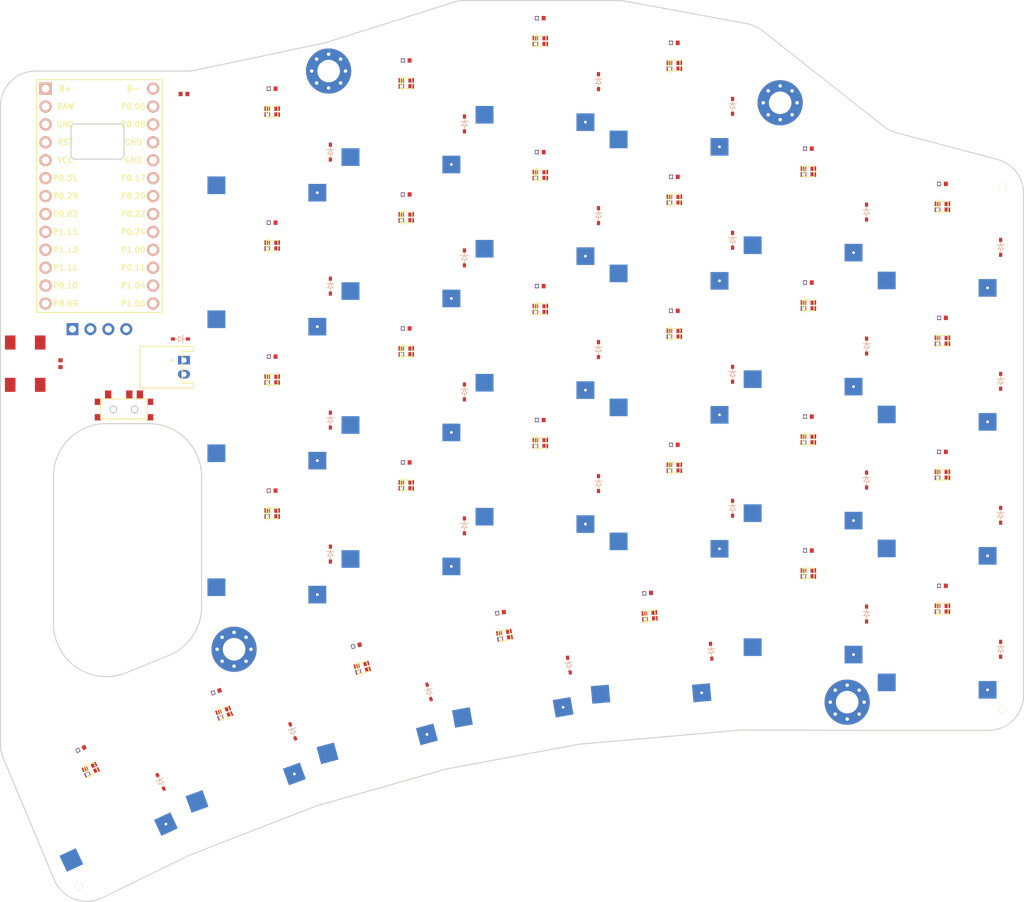
<source format=kicad_pcb>
(kicad_pcb (version 20171130) (host pcbnew 5.1.6)
  (title_block (title "Palette58_right") (rev "v1.0.0") (company "Unknown"))
  (layers (0 F.Cu signal) (31 B.Cu signal) (34 B.Paste user) (35 F.Paste user) (36 B.SilkS user) (37 F.SilkS user) (38 B.Mask user) (39 F.Mask user) (44 Edge.Cuts user))
  (net 0 "")
  (net 1 "col_1")
  (net 2 "mirror_outer_bottom")
  (net 3 "mirror_outer_home")
  (net 4 "mirror_outer_top")
  (net 5 "mirror_outer_num")
  (net 6 "col_2")
  (net 7 "mirror_pinky_bottom")
  (net 8 "mirror_pinky_home")
  (net 9 "mirror_pinky_top")
  (net 10 "mirror_pinky_num")
  (net 11 "col_3")
  (net 12 "mirror_ring_bottom")
  (net 13 "mirror_ring_home")
  (net 14 "mirror_ring_top")
  (net 15 "mirror_ring_num")
  (net 16 "col_4")
  (net 17 "mirror_middle_bottom")
  (net 18 "mirror_middle_home")
  (net 19 "mirror_middle_top")
  (net 20 "mirror_middle_num")
  (net 21 "col_5")
  (net 22 "mirror_index_bottom")
  (net 23 "mirror_index_home")
  (net 24 "mirror_index_top")
  (net 25 "mirror_index_num")
  (net 26 "col_6")
  (net 27 "mirror_inner_bottom")
  (net 28 "mirror_inner_home")
  (net 29 "mirror_inner_top")
  (net 30 "mirror_inner_num")
  (net 31 "mirror_outer-3_cluster")
  (net 32 "mirror_outer-2_cluster")
  (net 33 "mirror_outer_cluster")
  (net 34 "mirror_home_cluster")
  (net 35 "mirror_inner_cluster")
  (net 36 "1N4148")
  (net 37 "row_4")
  (net 38 "row_3")
  (net 39 "row_2")
  (net 40 "row_1")
  (net 41 "row_5")
  (net 42 "VCC")
  (net 43 "GND")
  (net 44 "100nF")
  (net 45 "B+")
  (net 46 "RAW")
  (net 47 "RST")
  (net 48 "P0.10")
  (net 49 "P0.90")
  (net 50 "SDA")
  (net 51 "SCL")
  (net 52 "P0.11")
  (net 53 "P0.08")
  (net 54 "P0.06")
  (net 55 "P1.01")
  (net 56 "P1.02")
  (net 57 "P1.07")
  (net 58 "330Ω")
  (net 59 "JST+")
  (net 60 "MSK12C02-HB")
  (net 61 "1N5819")
  (net 62 "TS-1187A-B-A-B")
  (net 63 "10kΩ")
  (module Gaeteron_low_profile (layer F.Cu) (at 267 0 0)
    (fp_text reference "S1" hide)
    (fp_text value "" hide)
    (pad "" np_thru_hole circle (at 0 0) (size 5 5) (drill 5) (layers *.Cu *.Mask))
    (pad "" np_thru_hole circle (at -4.40 4.70) (size 3 3) (drill 3) (layers *.Cu *.Mask))
    (pad "" np_thru_hole circle (at 2.60 5.75) (size 3 3) (drill 3) (layers *.Cu *.Mask))
    (pad 1 smd rect (at -7.90 4.70 0) (size 2.55 2.5) (layers B.Cu B.Paste B.Mask) (net 1 "col_1"))
    (pad 2 smd rect (at 6.40 5.75 0) (size 2.55 2.5) (layers B.Cu B.Paste B.Mask) (net 2 "mirror_outer_bottom"))
  )
  (module Gaeteron_low_profile (layer F.Cu) (at 267 -19 0)
    (fp_text reference "S2" hide)
    (fp_text value "" hide)
    (pad "" np_thru_hole circle (at 0 0) (size 5 5) (drill 5) (layers *.Cu *.Mask))
    (pad "" np_thru_hole circle (at -4.40 4.70) (size 3 3) (drill 3) (layers *.Cu *.Mask))
    (pad "" np_thru_hole circle (at 2.60 5.75) (size 3 3) (drill 3) (layers *.Cu *.Mask))
    (pad 1 smd rect (at -7.90 4.70 0) (size 2.55 2.5) (layers B.Cu B.Paste B.Mask) (net 1 "col_1"))
    (pad 2 smd rect (at 6.40 5.75 0) (size 2.55 2.5) (layers B.Cu B.Paste B.Mask) (net 3 "mirror_outer_home"))
  )
  (module Gaeteron_low_profile (layer F.Cu) (at 267 -38 0)
    (fp_text reference "S3" hide)
    (fp_text value "" hide)
    (pad "" np_thru_hole circle (at 0 0) (size 5 5) (drill 5) (layers *.Cu *.Mask))
    (pad "" np_thru_hole circle (at -4.40 4.70) (size 3 3) (drill 3) (layers *.Cu *.Mask))
    (pad "" np_thru_hole circle (at 2.60 5.75) (size 3 3) (drill 3) (layers *.Cu *.Mask))
    (pad 1 smd rect (at -7.90 4.70 0) (size 2.55 2.5) (layers B.Cu B.Paste B.Mask) (net 1 "col_1"))
    (pad 2 smd rect (at 6.40 5.75 0) (size 2.55 2.5) (layers B.Cu B.Paste B.Mask) (net 4 "mirror_outer_top"))
  )
  (module Gaeteron_low_profile (layer F.Cu) (at 267 -57 0)
    (fp_text reference "S4" hide)
    (fp_text value "" hide)
    (pad "" np_thru_hole circle (at 0 0) (size 5 5) (drill 5) (layers *.Cu *.Mask))
    (pad "" np_thru_hole circle (at -4.40 4.70) (size 3 3) (drill 3) (layers *.Cu *.Mask))
    (pad "" np_thru_hole circle (at 2.60 5.75) (size 3 3) (drill 3) (layers *.Cu *.Mask))
    (pad 1 smd rect (at -7.90 4.70 0) (size 2.55 2.5) (layers B.Cu B.Paste B.Mask) (net 1 "col_1"))
    (pad 2 smd rect (at 6.40 5.75 0) (size 2.55 2.5) (layers B.Cu B.Paste B.Mask) (net 5 "mirror_outer_num"))
  )
  (module Gaeteron_low_profile (layer F.Cu) (at 248 -5 0)
    (fp_text reference "S5" hide)
    (fp_text value "" hide)
    (pad "" np_thru_hole circle (at 0 0) (size 5 5) (drill 5) (layers *.Cu *.Mask))
    (pad "" np_thru_hole circle (at -4.40 4.70) (size 3 3) (drill 3) (layers *.Cu *.Mask))
    (pad "" np_thru_hole circle (at 2.60 5.75) (size 3 3) (drill 3) (layers *.Cu *.Mask))
    (pad 1 smd rect (at -7.90 4.70 0) (size 2.55 2.5) (layers B.Cu B.Paste B.Mask) (net 6 "col_2"))
    (pad 2 smd rect (at 6.40 5.75 0) (size 2.55 2.5) (layers B.Cu B.Paste B.Mask) (net 7 "mirror_pinky_bottom"))
  )
  (module Gaeteron_low_profile (layer F.Cu) (at 248 -24 0)
    (fp_text reference "S6" hide)
    (fp_text value "" hide)
    (pad "" np_thru_hole circle (at 0 0) (size 5 5) (drill 5) (layers *.Cu *.Mask))
    (pad "" np_thru_hole circle (at -4.40 4.70) (size 3 3) (drill 3) (layers *.Cu *.Mask))
    (pad "" np_thru_hole circle (at 2.60 5.75) (size 3 3) (drill 3) (layers *.Cu *.Mask))
    (pad 1 smd rect (at -7.90 4.70 0) (size 2.55 2.5) (layers B.Cu B.Paste B.Mask) (net 6 "col_2"))
    (pad 2 smd rect (at 6.40 5.75 0) (size 2.55 2.5) (layers B.Cu B.Paste B.Mask) (net 8 "mirror_pinky_home"))
  )
  (module Gaeteron_low_profile (layer F.Cu) (at 248 -43 0)
    (fp_text reference "S7" hide)
    (fp_text value "" hide)
    (pad "" np_thru_hole circle (at 0 0) (size 5 5) (drill 5) (layers *.Cu *.Mask))
    (pad "" np_thru_hole circle (at -4.40 4.70) (size 3 3) (drill 3) (layers *.Cu *.Mask))
    (pad "" np_thru_hole circle (at 2.60 5.75) (size 3 3) (drill 3) (layers *.Cu *.Mask))
    (pad 1 smd rect (at -7.90 4.70 0) (size 2.55 2.5) (layers B.Cu B.Paste B.Mask) (net 6 "col_2"))
    (pad 2 smd rect (at 6.40 5.75 0) (size 2.55 2.5) (layers B.Cu B.Paste B.Mask) (net 9 "mirror_pinky_top"))
  )
  (module Gaeteron_low_profile (layer F.Cu) (at 248 -62 0)
    (fp_text reference "S8" hide)
    (fp_text value "" hide)
    (pad "" np_thru_hole circle (at 0 0) (size 5 5) (drill 5) (layers *.Cu *.Mask))
    (pad "" np_thru_hole circle (at -4.40 4.70) (size 3 3) (drill 3) (layers *.Cu *.Mask))
    (pad "" np_thru_hole circle (at 2.60 5.75) (size 3 3) (drill 3) (layers *.Cu *.Mask))
    (pad 1 smd rect (at -7.90 4.70 0) (size 2.55 2.5) (layers B.Cu B.Paste B.Mask) (net 6 "col_2"))
    (pad 2 smd rect (at 6.40 5.75 0) (size 2.55 2.5) (layers B.Cu B.Paste B.Mask) (net 10 "mirror_pinky_num"))
  )
  (module Gaeteron_low_profile (layer F.Cu) (at 229 -20 0)
    (fp_text reference "S9" hide)
    (fp_text value "" hide)
    (pad "" np_thru_hole circle (at 0 0) (size 5 5) (drill 5) (layers *.Cu *.Mask))
    (pad "" np_thru_hole circle (at -4.40 4.70) (size 3 3) (drill 3) (layers *.Cu *.Mask))
    (pad "" np_thru_hole circle (at 2.60 5.75) (size 3 3) (drill 3) (layers *.Cu *.Mask))
    (pad 1 smd rect (at -7.90 4.70 0) (size 2.55 2.5) (layers B.Cu B.Paste B.Mask) (net 11 "col_3"))
    (pad 2 smd rect (at 6.40 5.75 0) (size 2.55 2.5) (layers B.Cu B.Paste B.Mask) (net 12 "mirror_ring_bottom"))
  )
  (module Gaeteron_low_profile (layer F.Cu) (at 229 -39 0)
    (fp_text reference "S10" hide)
    (fp_text value "" hide)
    (pad "" np_thru_hole circle (at 0 0) (size 5 5) (drill 5) (layers *.Cu *.Mask))
    (pad "" np_thru_hole circle (at -4.40 4.70) (size 3 3) (drill 3) (layers *.Cu *.Mask))
    (pad "" np_thru_hole circle (at 2.60 5.75) (size 3 3) (drill 3) (layers *.Cu *.Mask))
    (pad 1 smd rect (at -7.90 4.70 0) (size 2.55 2.5) (layers B.Cu B.Paste B.Mask) (net 11 "col_3"))
    (pad 2 smd rect (at 6.40 5.75 0) (size 2.55 2.5) (layers B.Cu B.Paste B.Mask) (net 13 "mirror_ring_home"))
  )
  (module Gaeteron_low_profile (layer F.Cu) (at 229 -58 0)
    (fp_text reference "S11" hide)
    (fp_text value "" hide)
    (pad "" np_thru_hole circle (at 0 0) (size 5 5) (drill 5) (layers *.Cu *.Mask))
    (pad "" np_thru_hole circle (at -4.40 4.70) (size 3 3) (drill 3) (layers *.Cu *.Mask))
    (pad "" np_thru_hole circle (at 2.60 5.75) (size 3 3) (drill 3) (layers *.Cu *.Mask))
    (pad 1 smd rect (at -7.90 4.70 0) (size 2.55 2.5) (layers B.Cu B.Paste B.Mask) (net 11 "col_3"))
    (pad 2 smd rect (at 6.40 5.75 0) (size 2.55 2.5) (layers B.Cu B.Paste B.Mask) (net 14 "mirror_ring_top"))
  )
  (module Gaeteron_low_profile (layer F.Cu) (at 229 -77 0)
    (fp_text reference "S12" hide)
    (fp_text value "" hide)
    (pad "" np_thru_hole circle (at 0 0) (size 5 5) (drill 5) (layers *.Cu *.Mask))
    (pad "" np_thru_hole circle (at -4.40 4.70) (size 3 3) (drill 3) (layers *.Cu *.Mask))
    (pad "" np_thru_hole circle (at 2.60 5.75) (size 3 3) (drill 3) (layers *.Cu *.Mask))
    (pad 1 smd rect (at -7.90 4.70 0) (size 2.55 2.5) (layers B.Cu B.Paste B.Mask) (net 11 "col_3"))
    (pad 2 smd rect (at 6.40 5.75 0) (size 2.55 2.5) (layers B.Cu B.Paste B.Mask) (net 15 "mirror_ring_num"))
  )
  (module Gaeteron_low_profile (layer F.Cu) (at 210 -23.5 0)
    (fp_text reference "S13" hide)
    (fp_text value "" hide)
    (pad "" np_thru_hole circle (at 0 0) (size 5 5) (drill 5) (layers *.Cu *.Mask))
    (pad "" np_thru_hole circle (at -4.40 4.70) (size 3 3) (drill 3) (layers *.Cu *.Mask))
    (pad "" np_thru_hole circle (at 2.60 5.75) (size 3 3) (drill 3) (layers *.Cu *.Mask))
    (pad 1 smd rect (at -7.90 4.70 0) (size 2.55 2.5) (layers B.Cu B.Paste B.Mask) (net 16 "col_4"))
    (pad 2 smd rect (at 6.40 5.75 0) (size 2.55 2.5) (layers B.Cu B.Paste B.Mask) (net 17 "mirror_middle_bottom"))
  )
  (module Gaeteron_low_profile (layer F.Cu) (at 210 -42.5 0)
    (fp_text reference "S14" hide)
    (fp_text value "" hide)
    (pad "" np_thru_hole circle (at 0 0) (size 5 5) (drill 5) (layers *.Cu *.Mask))
    (pad "" np_thru_hole circle (at -4.40 4.70) (size 3 3) (drill 3) (layers *.Cu *.Mask))
    (pad "" np_thru_hole circle (at 2.60 5.75) (size 3 3) (drill 3) (layers *.Cu *.Mask))
    (pad 1 smd rect (at -7.90 4.70 0) (size 2.55 2.5) (layers B.Cu B.Paste B.Mask) (net 16 "col_4"))
    (pad 2 smd rect (at 6.40 5.75 0) (size 2.55 2.5) (layers B.Cu B.Paste B.Mask) (net 18 "mirror_middle_home"))
  )
  (module Gaeteron_low_profile (layer F.Cu) (at 210 -61.5 0)
    (fp_text reference "S15" hide)
    (fp_text value "" hide)
    (pad "" np_thru_hole circle (at 0 0) (size 5 5) (drill 5) (layers *.Cu *.Mask))
    (pad "" np_thru_hole circle (at -4.40 4.70) (size 3 3) (drill 3) (layers *.Cu *.Mask))
    (pad "" np_thru_hole circle (at 2.60 5.75) (size 3 3) (drill 3) (layers *.Cu *.Mask))
    (pad 1 smd rect (at -7.90 4.70 0) (size 2.55 2.5) (layers B.Cu B.Paste B.Mask) (net 16 "col_4"))
    (pad 2 smd rect (at 6.40 5.75 0) (size 2.55 2.5) (layers B.Cu B.Paste B.Mask) (net 19 "mirror_middle_top"))
  )
  (module Gaeteron_low_profile (layer F.Cu) (at 210 -80.5 0)
    (fp_text reference "S16" hide)
    (fp_text value "" hide)
    (pad "" np_thru_hole circle (at 0 0) (size 5 5) (drill 5) (layers *.Cu *.Mask))
    (pad "" np_thru_hole circle (at -4.40 4.70) (size 3 3) (drill 3) (layers *.Cu *.Mask))
    (pad "" np_thru_hole circle (at 2.60 5.75) (size 3 3) (drill 3) (layers *.Cu *.Mask))
    (pad 1 smd rect (at -7.90 4.70 0) (size 2.55 2.5) (layers B.Cu B.Paste B.Mask) (net 16 "col_4"))
    (pad 2 smd rect (at 6.40 5.75 0) (size 2.55 2.5) (layers B.Cu B.Paste B.Mask) (net 20 "mirror_middle_num"))
  )
  (module Gaeteron_low_profile (layer F.Cu) (at 191 -17.5 0)
    (fp_text reference "S17" hide)
    (fp_text value "" hide)
    (pad "" np_thru_hole circle (at 0 0) (size 5 5) (drill 5) (layers *.Cu *.Mask))
    (pad "" np_thru_hole circle (at -4.40 4.70) (size 3 3) (drill 3) (layers *.Cu *.Mask))
    (pad "" np_thru_hole circle (at 2.60 5.75) (size 3 3) (drill 3) (layers *.Cu *.Mask))
    (pad 1 smd rect (at -7.90 4.70 0) (size 2.55 2.5) (layers B.Cu B.Paste B.Mask) (net 21 "col_5"))
    (pad 2 smd rect (at 6.40 5.75 0) (size 2.55 2.5) (layers B.Cu B.Paste B.Mask) (net 22 "mirror_index_bottom"))
  )
  (module Gaeteron_low_profile (layer F.Cu) (at 191 -36.5 0)
    (fp_text reference "S18" hide)
    (fp_text value "" hide)
    (pad "" np_thru_hole circle (at 0 0) (size 5 5) (drill 5) (layers *.Cu *.Mask))
    (pad "" np_thru_hole circle (at -4.40 4.70) (size 3 3) (drill 3) (layers *.Cu *.Mask))
    (pad "" np_thru_hole circle (at 2.60 5.75) (size 3 3) (drill 3) (layers *.Cu *.Mask))
    (pad 1 smd rect (at -7.90 4.70 0) (size 2.55 2.5) (layers B.Cu B.Paste B.Mask) (net 21 "col_5"))
    (pad 2 smd rect (at 6.40 5.75 0) (size 2.55 2.5) (layers B.Cu B.Paste B.Mask) (net 23 "mirror_index_home"))
  )
  (module Gaeteron_low_profile (layer F.Cu) (at 191 -55.5 0)
    (fp_text reference "S19" hide)
    (fp_text value "" hide)
    (pad "" np_thru_hole circle (at 0 0) (size 5 5) (drill 5) (layers *.Cu *.Mask))
    (pad "" np_thru_hole circle (at -4.40 4.70) (size 3 3) (drill 3) (layers *.Cu *.Mask))
    (pad "" np_thru_hole circle (at 2.60 5.75) (size 3 3) (drill 3) (layers *.Cu *.Mask))
    (pad 1 smd rect (at -7.90 4.70 0) (size 2.55 2.5) (layers B.Cu B.Paste B.Mask) (net 21 "col_5"))
    (pad 2 smd rect (at 6.40 5.75 0) (size 2.55 2.5) (layers B.Cu B.Paste B.Mask) (net 24 "mirror_index_top"))
  )
  (module Gaeteron_low_profile (layer F.Cu) (at 191 -74.5 0)
    (fp_text reference "S20" hide)
    (fp_text value "" hide)
    (pad "" np_thru_hole circle (at 0 0) (size 5 5) (drill 5) (layers *.Cu *.Mask))
    (pad "" np_thru_hole circle (at -4.40 4.70) (size 3 3) (drill 3) (layers *.Cu *.Mask))
    (pad "" np_thru_hole circle (at 2.60 5.75) (size 3 3) (drill 3) (layers *.Cu *.Mask))
    (pad 1 smd rect (at -7.90 4.70 0) (size 2.55 2.5) (layers B.Cu B.Paste B.Mask) (net 21 "col_5"))
    (pad 2 smd rect (at 6.40 5.75 0) (size 2.55 2.5) (layers B.Cu B.Paste B.Mask) (net 25 "mirror_index_num"))
  )
  (module Gaeteron_low_profile (layer F.Cu) (at 172 -13.5 0)
    (fp_text reference "S21" hide)
    (fp_text value "" hide)
    (pad "" np_thru_hole circle (at 0 0) (size 5 5) (drill 5) (layers *.Cu *.Mask))
    (pad "" np_thru_hole circle (at -4.40 4.70) (size 3 3) (drill 3) (layers *.Cu *.Mask))
    (pad "" np_thru_hole circle (at 2.60 5.75) (size 3 3) (drill 3) (layers *.Cu *.Mask))
    (pad 1 smd rect (at -7.90 4.70 0) (size 2.55 2.5) (layers B.Cu B.Paste B.Mask) (net 26 "col_6"))
    (pad 2 smd rect (at 6.40 5.75 0) (size 2.55 2.5) (layers B.Cu B.Paste B.Mask) (net 27 "mirror_inner_bottom"))
  )
  (module Gaeteron_low_profile (layer F.Cu) (at 172 -32.5 0)
    (fp_text reference "S22" hide)
    (fp_text value "" hide)
    (pad "" np_thru_hole circle (at 0 0) (size 5 5) (drill 5) (layers *.Cu *.Mask))
    (pad "" np_thru_hole circle (at -4.40 4.70) (size 3 3) (drill 3) (layers *.Cu *.Mask))
    (pad "" np_thru_hole circle (at 2.60 5.75) (size 3 3) (drill 3) (layers *.Cu *.Mask))
    (pad 1 smd rect (at -7.90 4.70 0) (size 2.55 2.5) (layers B.Cu B.Paste B.Mask) (net 26 "col_6"))
    (pad 2 smd rect (at 6.40 5.75 0) (size 2.55 2.5) (layers B.Cu B.Paste B.Mask) (net 28 "mirror_inner_home"))
  )
  (module Gaeteron_low_profile (layer F.Cu) (at 172 -51.5 0)
    (fp_text reference "S23" hide)
    (fp_text value "" hide)
    (pad "" np_thru_hole circle (at 0 0) (size 5 5) (drill 5) (layers *.Cu *.Mask))
    (pad "" np_thru_hole circle (at -4.40 4.70) (size 3 3) (drill 3) (layers *.Cu *.Mask))
    (pad "" np_thru_hole circle (at 2.60 5.75) (size 3 3) (drill 3) (layers *.Cu *.Mask))
    (pad 1 smd rect (at -7.90 4.70 0) (size 2.55 2.5) (layers B.Cu B.Paste B.Mask) (net 26 "col_6"))
    (pad 2 smd rect (at 6.40 5.75 0) (size 2.55 2.5) (layers B.Cu B.Paste B.Mask) (net 29 "mirror_inner_top"))
  )
  (module Gaeteron_low_profile (layer F.Cu) (at 172 -70.5 0)
    (fp_text reference "S24" hide)
    (fp_text value "" hide)
    (pad "" np_thru_hole circle (at 0 0) (size 5 5) (drill 5) (layers *.Cu *.Mask))
    (pad "" np_thru_hole circle (at -4.40 4.70) (size 3 3) (drill 3) (layers *.Cu *.Mask))
    (pad "" np_thru_hole circle (at 2.60 5.75) (size 3 3) (drill 3) (layers *.Cu *.Mask))
    (pad 1 smd rect (at -7.90 4.70 0) (size 2.55 2.5) (layers B.Cu B.Paste B.Mask) (net 26 "col_6"))
    (pad 2 smd rect (at 6.40 5.75 0) (size 2.55 2.5) (layers B.Cu B.Paste B.Mask) (net 30 "mirror_inner_num"))
  )
  (module Gaeteron_low_profile (layer F.Cu) (at 226 1 5)
    (fp_text reference "S25" hide)
    (fp_text value "" hide)
    (pad "" np_thru_hole circle (at 0 0) (size 5 5) (drill 5) (layers *.Cu *.Mask))
    (pad "" np_thru_hole circle (at -4.40 4.70) (size 3 3) (drill 3) (layers *.Cu *.Mask))
    (pad "" np_thru_hole circle (at 2.60 5.75) (size 3 3) (drill 3) (layers *.Cu *.Mask))
    (pad 1 smd rect (at -7.90 4.70 5) (size 2.55 2.5) (layers B.Cu B.Paste B.Mask) (net 6 "col_2"))
    (pad 2 smd rect (at 6.40 5.75 5) (size 2.55 2.5) (layers B.Cu B.Paste B.Mask) (net 31 "mirror_outer-3_cluster"))
  )
  (module Gaeteron_low_profile (layer F.Cu) (at 205.9309692 3.6695479 10)
    (fp_text reference "S26" hide)
    (fp_text value "" hide)
    (pad "" np_thru_hole circle (at 0 0) (size 5 5) (drill 5) (layers *.Cu *.Mask))
    (pad "" np_thru_hole circle (at -4.40 4.70) (size 3 3) (drill 3) (layers *.Cu *.Mask))
    (pad "" np_thru_hole circle (at 2.60 5.75) (size 3 3) (drill 3) (layers *.Cu *.Mask))
    (pad 1 smd rect (at -7.90 4.70 10) (size 2.55 2.5) (layers B.Cu B.Paste B.Mask) (net 11 "col_3"))
    (pad 2 smd rect (at 6.40 5.75 10) (size 2.55 2.5) (layers B.Cu B.Paste B.Mask) (net 32 "mirror_outer-2_cluster"))
  )
  (module Gaeteron_low_profile (layer F.Cu) (at 186.26365679999998 8.173685299999999 15)
    (fp_text reference "S27" hide)
    (fp_text value "" hide)
    (pad "" np_thru_hole circle (at 0 0) (size 5 5) (drill 5) (layers *.Cu *.Mask))
    (pad "" np_thru_hole circle (at -4.40 4.70) (size 3 3) (drill 3) (layers *.Cu *.Mask))
    (pad "" np_thru_hole circle (at 2.60 5.75) (size 3 3) (drill 3) (layers *.Cu *.Mask))
    (pad 1 smd rect (at -7.90 4.70 15) (size 2.55 2.5) (layers B.Cu B.Paste B.Mask) (net 16 "col_4"))
    (pad 2 smd rect (at 6.40 5.75 15) (size 2.55 2.5) (layers B.Cu B.Paste B.Mask) (net 33 "mirror_outer_cluster"))
  )
  (module Gaeteron_low_profile (layer F.Cu) (at 167.1644098 14.461977099999999 20)
    (fp_text reference "S28" hide)
    (fp_text value "" hide)
    (pad "" np_thru_hole circle (at 0 0) (size 5 5) (drill 5) (layers *.Cu *.Mask))
    (pad "" np_thru_hole circle (at -4.40 4.70) (size 3 3) (drill 3) (layers *.Cu *.Mask))
    (pad "" np_thru_hole circle (at 2.60 5.75) (size 3 3) (drill 3) (layers *.Cu *.Mask))
    (pad 1 smd rect (at -7.90 4.70 20) (size 2.55 2.5) (layers B.Cu B.Paste B.Mask) (net 21 "col_5"))
    (pad 2 smd rect (at 6.40 5.75 20) (size 2.55 2.5) (layers B.Cu B.Paste B.Mask) (net 34 "mirror_home_cluster"))
  )
  (module Gaeteron_low_profile (layer F.Cu) (at 148.70925719999997 22.287757399999997 25)
    (fp_text reference "S29" hide)
    (fp_text value "" hide)
    (pad "" np_thru_hole circle (at 0 0) (size 5 5) (drill 5) (layers *.Cu *.Mask))
    (pad "" np_thru_hole circle (at -4.40 4.70) (size 3 3) (drill 3) (layers *.Cu *.Mask))
    (pad "" np_thru_hole circle (at 2.60 5.75) (size 3 3) (drill 3) (layers *.Cu *.Mask))
    (pad 1 smd rect (at -7.90 4.70 25) (size 2.55 2.5) (layers B.Cu B.Paste B.Mask) (net 26 "col_6"))
    (pad 2 smd rect (at 6.40 5.75 25) (size 2.55 2.5) (layers B.Cu B.Paste B.Mask) (net 35 "mirror_inner_cluster"))
  )
  (module ComboDiode (layer F.Cu) (at 275.25 0 -90)
    (fp_text reference "D1" hide)
    (property "Value" "1N4148")
    (pad 1 smd rect (at -1.055 0 -90) (size 0.59 0.45) (layers F.Cu F.Paste F.Mask) (net 37 "row_4"))
    (pad 2 smd rect (at 1.055 0 -90) (size 0.59 0.45) (layers F.Cu F.Paste F.Mask) (net 2 "mirror_outer_bottom"))
  )
  (module ComboDiode (layer F.Cu) (at 275.25 -19 -90)
    (fp_text reference "D2" hide)
    (property "Value" "1N4148")
    (pad 1 smd rect (at -1.055 0 -90) (size 0.59 0.45) (layers F.Cu F.Paste F.Mask) (net 38 "row_3"))
    (pad 2 smd rect (at 1.055 0 -90) (size 0.59 0.45) (layers F.Cu F.Paste F.Mask) (net 3 "mirror_outer_home"))
  )
  (module ComboDiode (layer F.Cu) (at 275.25 -38 -90)
    (fp_text reference "D3" hide)
    (property "Value" "1N4148")
    (pad 1 smd rect (at -1.055 0 -90) (size 0.59 0.45) (layers F.Cu F.Paste F.Mask) (net 39 "row_2"))
    (pad 2 smd rect (at 1.055 0 -90) (size 0.59 0.45) (layers F.Cu F.Paste F.Mask) (net 4 "mirror_outer_top"))
  )
  (module ComboDiode (layer F.Cu) (at 275.25 -57 -90)
    (fp_text reference "D4" hide)
    (property "Value" "1N4148")
    (pad 1 smd rect (at -1.055 0 -90) (size 0.59 0.45) (layers F.Cu F.Paste F.Mask) (net 40 "row_1"))
    (pad 2 smd rect (at 1.055 0 -90) (size 0.59 0.45) (layers F.Cu F.Paste F.Mask) (net 5 "mirror_outer_num"))
  )
  (module ComboDiode (layer F.Cu) (at 256.25 -5 -90)
    (fp_text reference "D5" hide)
    (property "Value" "1N4148")
    (pad 1 smd rect (at -1.055 0 -90) (size 0.59 0.45) (layers F.Cu F.Paste F.Mask) (net 37 "row_4"))
    (pad 2 smd rect (at 1.055 0 -90) (size 0.59 0.45) (layers F.Cu F.Paste F.Mask) (net 7 "mirror_pinky_bottom"))
  )
  (module ComboDiode (layer F.Cu) (at 256.25 -24 -90)
    (fp_text reference "D6" hide)
    (property "Value" "1N4148")
    (pad 1 smd rect (at -1.055 0 -90) (size 0.59 0.45) (layers F.Cu F.Paste F.Mask) (net 38 "row_3"))
    (pad 2 smd rect (at 1.055 0 -90) (size 0.59 0.45) (layers F.Cu F.Paste F.Mask) (net 8 "mirror_pinky_home"))
  )
  (module ComboDiode (layer F.Cu) (at 256.25 -43 -90)
    (fp_text reference "D7" hide)
    (property "Value" "1N4148")
    (pad 1 smd rect (at -1.055 0 -90) (size 0.59 0.45) (layers F.Cu F.Paste F.Mask) (net 39 "row_2"))
    (pad 2 smd rect (at 1.055 0 -90) (size 0.59 0.45) (layers F.Cu F.Paste F.Mask) (net 9 "mirror_pinky_top"))
  )
  (module ComboDiode (layer F.Cu) (at 256.25 -62 -90)
    (fp_text reference "D8" hide)
    (property "Value" "1N4148")
    (pad 1 smd rect (at -1.055 0 -90) (size 0.59 0.45) (layers F.Cu F.Paste F.Mask) (net 40 "row_1"))
    (pad 2 smd rect (at 1.055 0 -90) (size 0.59 0.45) (layers F.Cu F.Paste F.Mask) (net 10 "mirror_pinky_num"))
  )
  (module ComboDiode (layer F.Cu) (at 237.25 -20 -90)
    (fp_text reference "D9" hide)
    (property "Value" "1N4148")
    (pad 1 smd rect (at -1.055 0 -90) (size 0.59 0.45) (layers F.Cu F.Paste F.Mask) (net 37 "row_4"))
    (pad 2 smd rect (at 1.055 0 -90) (size 0.59 0.45) (layers F.Cu F.Paste F.Mask) (net 12 "mirror_ring_bottom"))
  )
  (module ComboDiode (layer F.Cu) (at 237.25 -39 -90)
    (fp_text reference "D10" hide)
    (property "Value" "1N4148")
    (pad 1 smd rect (at -1.055 0 -90) (size 0.59 0.45) (layers F.Cu F.Paste F.Mask) (net 38 "row_3"))
    (pad 2 smd rect (at 1.055 0 -90) (size 0.59 0.45) (layers F.Cu F.Paste F.Mask) (net 13 "mirror_ring_home"))
  )
  (module ComboDiode (layer F.Cu) (at 237.25 -58 -90)
    (fp_text reference "D11" hide)
    (property "Value" "1N4148")
    (pad 1 smd rect (at -1.055 0 -90) (size 0.59 0.45) (layers F.Cu F.Paste F.Mask) (net 39 "row_2"))
    (pad 2 smd rect (at 1.055 0 -90) (size 0.59 0.45) (layers F.Cu F.Paste F.Mask) (net 14 "mirror_ring_top"))
  )
  (module ComboDiode (layer F.Cu) (at 237.25 -77 -90)
    (fp_text reference "D12" hide)
    (property "Value" "1N4148")
    (pad 1 smd rect (at -1.055 0 -90) (size 0.59 0.45) (layers F.Cu F.Paste F.Mask) (net 40 "row_1"))
    (pad 2 smd rect (at 1.055 0 -90) (size 0.59 0.45) (layers F.Cu F.Paste F.Mask) (net 15 "mirror_ring_num"))
  )
  (module ComboDiode (layer F.Cu) (at 218.25 -23.5 -90)
    (fp_text reference "D13" hide)
    (property "Value" "1N4148")
    (pad 1 smd rect (at -1.055 0 -90) (size 0.59 0.45) (layers F.Cu F.Paste F.Mask) (net 37 "row_4"))
    (pad 2 smd rect (at 1.055 0 -90) (size 0.59 0.45) (layers F.Cu F.Paste F.Mask) (net 17 "mirror_middle_bottom"))
  )
  (module ComboDiode (layer F.Cu) (at 218.25 -42.5 -90)
    (fp_text reference "D14" hide)
    (property "Value" "1N4148")
    (pad 1 smd rect (at -1.055 0 -90) (size 0.59 0.45) (layers F.Cu F.Paste F.Mask) (net 38 "row_3"))
    (pad 2 smd rect (at 1.055 0 -90) (size 0.59 0.45) (layers F.Cu F.Paste F.Mask) (net 18 "mirror_middle_home"))
  )
  (module ComboDiode (layer F.Cu) (at 218.25 -61.5 -90)
    (fp_text reference "D15" hide)
    (property "Value" "1N4148")
    (pad 1 smd rect (at -1.055 0 -90) (size 0.59 0.45) (layers F.Cu F.Paste F.Mask) (net 39 "row_2"))
    (pad 2 smd rect (at 1.055 0 -90) (size 0.59 0.45) (layers F.Cu F.Paste F.Mask) (net 19 "mirror_middle_top"))
  )
  (module ComboDiode (layer F.Cu) (at 218.25 -80.5 -90)
    (fp_text reference "D16" hide)
    (property "Value" "1N4148")
    (pad 1 smd rect (at -1.055 0 -90) (size 0.59 0.45) (layers F.Cu F.Paste F.Mask) (net 40 "row_1"))
    (pad 2 smd rect (at 1.055 0 -90) (size 0.59 0.45) (layers F.Cu F.Paste F.Mask) (net 20 "mirror_middle_num"))
  )
  (module ComboDiode (layer F.Cu) (at 199.25 -17.5 -90)
    (fp_text reference "D17" hide)
    (property "Value" "1N4148")
    (pad 1 smd rect (at -1.055 0 -90) (size 0.59 0.45) (layers F.Cu F.Paste F.Mask) (net 37 "row_4"))
    (pad 2 smd rect (at 1.055 0 -90) (size 0.59 0.45) (layers F.Cu F.Paste F.Mask) (net 22 "mirror_index_bottom"))
  )
  (module ComboDiode (layer F.Cu) (at 199.25 -36.5 -90)
    (fp_text reference "D18" hide)
    (property "Value" "1N4148")
    (pad 1 smd rect (at -1.055 0 -90) (size 0.59 0.45) (layers F.Cu F.Paste F.Mask) (net 38 "row_3"))
    (pad 2 smd rect (at 1.055 0 -90) (size 0.59 0.45) (layers F.Cu F.Paste F.Mask) (net 23 "mirror_index_home"))
  )
  (module ComboDiode (layer F.Cu) (at 199.25 -55.5 -90)
    (fp_text reference "D19" hide)
    (property "Value" "1N4148")
    (pad 1 smd rect (at -1.055 0 -90) (size 0.59 0.45) (layers F.Cu F.Paste F.Mask) (net 39 "row_2"))
    (pad 2 smd rect (at 1.055 0 -90) (size 0.59 0.45) (layers F.Cu F.Paste F.Mask) (net 24 "mirror_index_top"))
  )
  (module ComboDiode (layer F.Cu) (at 199.25 -74.5 -90)
    (fp_text reference "D20" hide)
    (property "Value" "1N4148")
    (pad 1 smd rect (at -1.055 0 -90) (size 0.59 0.45) (layers F.Cu F.Paste F.Mask) (net 40 "row_1"))
    (pad 2 smd rect (at 1.055 0 -90) (size 0.59 0.45) (layers F.Cu F.Paste F.Mask) (net 25 "mirror_index_num"))
  )
  (module ComboDiode (layer F.Cu) (at 180.25 -13.5 -90)
    (fp_text reference "D21" hide)
    (property "Value" "1N4148")
    (pad 1 smd rect (at -1.055 0 -90) (size 0.59 0.45) (layers F.Cu F.Paste F.Mask) (net 37 "row_4"))
    (pad 2 smd rect (at 1.055 0 -90) (size 0.59 0.45) (layers F.Cu F.Paste F.Mask) (net 27 "mirror_inner_bottom"))
  )
  (module ComboDiode (layer F.Cu) (at 180.25 -32.5 -90)
    (fp_text reference "D22" hide)
    (property "Value" "1N4148")
    (pad 1 smd rect (at -1.055 0 -90) (size 0.59 0.45) (layers F.Cu F.Paste F.Mask) (net 38 "row_3"))
    (pad 2 smd rect (at 1.055 0 -90) (size 0.59 0.45) (layers F.Cu F.Paste F.Mask) (net 28 "mirror_inner_home"))
  )
  (module ComboDiode (layer F.Cu) (at 180.25 -51.5 -90)
    (fp_text reference "D23" hide)
    (property "Value" "1N4148")
    (pad 1 smd rect (at -1.055 0 -90) (size 0.59 0.45) (layers F.Cu F.Paste F.Mask) (net 39 "row_2"))
    (pad 2 smd rect (at 1.055 0 -90) (size 0.59 0.45) (layers F.Cu F.Paste F.Mask) (net 29 "mirror_inner_top"))
  )
  (module ComboDiode (layer F.Cu) (at 180.25 -70.5 -90)
    (fp_text reference "D24" hide)
    (property "Value" "1N4148")
    (pad 1 smd rect (at -1.055 0 -90) (size 0.59 0.45) (layers F.Cu F.Paste F.Mask) (net 40 "row_1"))
    (pad 2 smd rect (at 1.055 0 -90) (size 0.59 0.45) (layers F.Cu F.Paste F.Mask) (net 30 "mirror_inner_num"))
  )
  (module ComboDiode (layer F.Cu) (at 234.2186063 0.28096509999999997 -85)
    (fp_text reference "D25" hide)
    (property "Value" "1N4148")
    (pad 1 smd rect (at -1.055 0 -85) (size 0.59 0.45) (layers F.Cu F.Paste F.Mask) (net 41 "row_5"))
    (pad 2 smd rect (at 1.055 0 -85) (size 0.59 0.45) (layers F.Cu F.Paste F.Mask) (net 31 "mirror_outer-3_cluster"))
  )
  (module ComboDiode (layer F.Cu) (at 214.0556332 2.2369504 -80)
    (fp_text reference "D26" hide)
    (property "Value" "1N4148")
    (pad 1 smd rect (at -1.055 0 -80) (size 0.59 0.45) (layers F.Cu F.Paste F.Mask) (net 41 "row_5"))
    (pad 2 smd rect (at 1.055 0 -80) (size 0.59 0.45) (layers F.Cu F.Paste F.Mask) (net 32 "mirror_outer-2_cluster"))
  )
  (module ComboDiode (layer F.Cu) (at 194.23254489999997 6.0384281999999985 -75)
    (fp_text reference "D27" hide)
    (property "Value" "1N4148")
    (pad 1 smd rect (at -1.055 0 -75) (size 0.59 0.45) (layers F.Cu F.Paste F.Mask) (net 41 "row_5"))
    (pad 2 smd rect (at 1.055 0 -75) (size 0.59 0.45) (layers F.Cu F.Paste F.Mask) (net 33 "mirror_outer_cluster"))
  )
  (module ComboDiode (layer F.Cu) (at 174.91687389999998 11.6403109 -70)
    (fp_text reference "D28" hide)
    (property "Value" "1N4148")
    (pad 1 smd rect (at -1.055 0 -70) (size 0.59 0.45) (layers F.Cu F.Paste F.Mask) (net 41 "row_5"))
    (pad 2 smd rect (at 1.055 0 -70) (size 0.59 0.45) (layers F.Cu F.Paste F.Mask) (net 34 "mirror_home_cluster"))
  )
  (module ComboDiode (layer F.Cu) (at 156.18629639999997 18.801156699999996 -65)
    (fp_text reference "D29" hide)
    (property "Value" "1N4148")
    (pad 1 smd rect (at -1.055 0 -65) (size 0.59 0.45) (layers F.Cu F.Paste F.Mask) (net 41 "row_5"))
    (pad 2 smd rect (at 1.055 0 -65) (size 0.59 0.45) (layers F.Cu F.Paste F.Mask) (net 35 "mirror_inner_cluster"))
  )
  (module WS2812B (layer F.Cu) (at 267 -5.75 0)
    (property "Reference" "LED1" hide)
    (fp_text value "" hide)
    (pad 1 smd rect (at -0.7 -0.425 0) (size 0.8 0.65) (layers F.Cu F.Paste F.Mask) (net 0 ""))
    (pad 2 smd rect (at -0.7 0.425 0) (size 0.8 0.65) (layers F.Cu F.Paste F.Mask) (net 43 "GND"))
    (pad 3 smd rect (at 0.7 0.425 0) (size 0.8 0.65) (layers F.Cu F.Paste F.Mask) (net 0 ""))
    (pad 4 smd rect (at 0.7 -0.425 0) (size 0.8 0.65) (layers F.Cu F.Paste F.Mask) (net 42 "VCC"))
  )
  (module WS2812B (layer F.Cu) (at 267 -24.75 0)
    (property "Reference" "LED2" hide)
    (fp_text value "" hide)
    (pad 1 smd rect (at -0.7 -0.425 0) (size 0.8 0.65) (layers F.Cu F.Paste F.Mask) (net 0 ""))
    (pad 2 smd rect (at -0.7 0.425 0) (size 0.8 0.65) (layers F.Cu F.Paste F.Mask) (net 43 "GND"))
    (pad 3 smd rect (at 0.7 0.425 0) (size 0.8 0.65) (layers F.Cu F.Paste F.Mask) (net 0 ""))
    (pad 4 smd rect (at 0.7 -0.425 0) (size 0.8 0.65) (layers F.Cu F.Paste F.Mask) (net 42 "VCC"))
  )
  (module WS2812B (layer F.Cu) (at 267 -43.75 0)
    (property "Reference" "LED3" hide)
    (fp_text value "" hide)
    (pad 1 smd rect (at -0.7 -0.425 0) (size 0.8 0.65) (layers F.Cu F.Paste F.Mask) (net 0 ""))
    (pad 2 smd rect (at -0.7 0.425 0) (size 0.8 0.65) (layers F.Cu F.Paste F.Mask) (net 43 "GND"))
    (pad 3 smd rect (at 0.7 0.425 0) (size 0.8 0.65) (layers F.Cu F.Paste F.Mask) (net 0 ""))
    (pad 4 smd rect (at 0.7 -0.425 0) (size 0.8 0.65) (layers F.Cu F.Paste F.Mask) (net 42 "VCC"))
  )
  (module WS2812B (layer F.Cu) (at 267 -62.75 0)
    (property "Reference" "LED4" hide)
    (fp_text value "" hide)
    (pad 1 smd rect (at -0.7 -0.425 0) (size 0.8 0.65) (layers F.Cu F.Paste F.Mask) (net 0 ""))
    (pad 2 smd rect (at -0.7 0.425 0) (size 0.8 0.65) (layers F.Cu F.Paste F.Mask) (net 43 "GND"))
    (pad 3 smd rect (at 0.7 0.425 0) (size 0.8 0.65) (layers F.Cu F.Paste F.Mask) (net 0 ""))
    (pad 4 smd rect (at 0.7 -0.425 0) (size 0.8 0.65) (layers F.Cu F.Paste F.Mask) (net 42 "VCC"))
  )
  (module WS2812B (layer F.Cu) (at 248 -10.75 0)
    (property "Reference" "LED5" hide)
    (fp_text value "" hide)
    (pad 1 smd rect (at -0.7 -0.425 0) (size 0.8 0.65) (layers F.Cu F.Paste F.Mask) (net 0 ""))
    (pad 2 smd rect (at -0.7 0.425 0) (size 0.8 0.65) (layers F.Cu F.Paste F.Mask) (net 43 "GND"))
    (pad 3 smd rect (at 0.7 0.425 0) (size 0.8 0.65) (layers F.Cu F.Paste F.Mask) (net 0 ""))
    (pad 4 smd rect (at 0.7 -0.425 0) (size 0.8 0.65) (layers F.Cu F.Paste F.Mask) (net 42 "VCC"))
  )
  (module WS2812B (layer F.Cu) (at 248 -29.75 0)
    (property "Reference" "LED6" hide)
    (fp_text value "" hide)
    (pad 1 smd rect (at -0.7 -0.425 0) (size 0.8 0.65) (layers F.Cu F.Paste F.Mask) (net 0 ""))
    (pad 2 smd rect (at -0.7 0.425 0) (size 0.8 0.65) (layers F.Cu F.Paste F.Mask) (net 43 "GND"))
    (pad 3 smd rect (at 0.7 0.425 0) (size 0.8 0.65) (layers F.Cu F.Paste F.Mask) (net 0 ""))
    (pad 4 smd rect (at 0.7 -0.425 0) (size 0.8 0.65) (layers F.Cu F.Paste F.Mask) (net 42 "VCC"))
  )
  (module WS2812B (layer F.Cu) (at 248 -48.75 0)
    (property "Reference" "LED7" hide)
    (fp_text value "" hide)
    (pad 1 smd rect (at -0.7 -0.425 0) (size 0.8 0.65) (layers F.Cu F.Paste F.Mask) (net 0 ""))
    (pad 2 smd rect (at -0.7 0.425 0) (size 0.8 0.65) (layers F.Cu F.Paste F.Mask) (net 43 "GND"))
    (pad 3 smd rect (at 0.7 0.425 0) (size 0.8 0.65) (layers F.Cu F.Paste F.Mask) (net 0 ""))
    (pad 4 smd rect (at 0.7 -0.425 0) (size 0.8 0.65) (layers F.Cu F.Paste F.Mask) (net 42 "VCC"))
  )
  (module WS2812B (layer F.Cu) (at 248 -67.75 0)
    (property "Reference" "LED8" hide)
    (fp_text value "" hide)
    (pad 1 smd rect (at -0.7 -0.425 0) (size 0.8 0.65) (layers F.Cu F.Paste F.Mask) (net 0 ""))
    (pad 2 smd rect (at -0.7 0.425 0) (size 0.8 0.65) (layers F.Cu F.Paste F.Mask) (net 43 "GND"))
    (pad 3 smd rect (at 0.7 0.425 0) (size 0.8 0.65) (layers F.Cu F.Paste F.Mask) (net 0 ""))
    (pad 4 smd rect (at 0.7 -0.425 0) (size 0.8 0.65) (layers F.Cu F.Paste F.Mask) (net 42 "VCC"))
  )
  (module WS2812B (layer F.Cu) (at 229 -25.75 0)
    (property "Reference" "LED9" hide)
    (fp_text value "" hide)
    (pad 1 smd rect (at -0.7 -0.425 0) (size 0.8 0.65) (layers F.Cu F.Paste F.Mask) (net 0 ""))
    (pad 2 smd rect (at -0.7 0.425 0) (size 0.8 0.65) (layers F.Cu F.Paste F.Mask) (net 43 "GND"))
    (pad 3 smd rect (at 0.7 0.425 0) (size 0.8 0.65) (layers F.Cu F.Paste F.Mask) (net 0 ""))
    (pad 4 smd rect (at 0.7 -0.425 0) (size 0.8 0.65) (layers F.Cu F.Paste F.Mask) (net 42 "VCC"))
  )
  (module WS2812B (layer F.Cu) (at 229 -44.75 0)
    (property "Reference" "LED10" hide)
    (fp_text value "" hide)
    (pad 1 smd rect (at -0.7 -0.425 0) (size 0.8 0.65) (layers F.Cu F.Paste F.Mask) (net 0 ""))
    (pad 2 smd rect (at -0.7 0.425 0) (size 0.8 0.65) (layers F.Cu F.Paste F.Mask) (net 43 "GND"))
    (pad 3 smd rect (at 0.7 0.425 0) (size 0.8 0.65) (layers F.Cu F.Paste F.Mask) (net 0 ""))
    (pad 4 smd rect (at 0.7 -0.425 0) (size 0.8 0.65) (layers F.Cu F.Paste F.Mask) (net 42 "VCC"))
  )
  (module WS2812B (layer F.Cu) (at 229 -63.75 0)
    (property "Reference" "LED11" hide)
    (fp_text value "" hide)
    (pad 1 smd rect (at -0.7 -0.425 0) (size 0.8 0.65) (layers F.Cu F.Paste F.Mask) (net 0 ""))
    (pad 2 smd rect (at -0.7 0.425 0) (size 0.8 0.65) (layers F.Cu F.Paste F.Mask) (net 43 "GND"))
    (pad 3 smd rect (at 0.7 0.425 0) (size 0.8 0.65) (layers F.Cu F.Paste F.Mask) (net 0 ""))
    (pad 4 smd rect (at 0.7 -0.425 0) (size 0.8 0.65) (layers F.Cu F.Paste F.Mask) (net 42 "VCC"))
  )
  (module WS2812B (layer F.Cu) (at 229 -82.75 0)
    (property "Reference" "LED12" hide)
    (fp_text value "" hide)
    (pad 1 smd rect (at -0.7 -0.425 0) (size 0.8 0.65) (layers F.Cu F.Paste F.Mask) (net 0 ""))
    (pad 2 smd rect (at -0.7 0.425 0) (size 0.8 0.65) (layers F.Cu F.Paste F.Mask) (net 43 "GND"))
    (pad 3 smd rect (at 0.7 0.425 0) (size 0.8 0.65) (layers F.Cu F.Paste F.Mask) (net 0 ""))
    (pad 4 smd rect (at 0.7 -0.425 0) (size 0.8 0.65) (layers F.Cu F.Paste F.Mask) (net 42 "VCC"))
  )
  (module WS2812B (layer F.Cu) (at 210 -29.25 0)
    (property "Reference" "LED13" hide)
    (fp_text value "" hide)
    (pad 1 smd rect (at -0.7 -0.425 0) (size 0.8 0.65) (layers F.Cu F.Paste F.Mask) (net 0 ""))
    (pad 2 smd rect (at -0.7 0.425 0) (size 0.8 0.65) (layers F.Cu F.Paste F.Mask) (net 43 "GND"))
    (pad 3 smd rect (at 0.7 0.425 0) (size 0.8 0.65) (layers F.Cu F.Paste F.Mask) (net 0 ""))
    (pad 4 smd rect (at 0.7 -0.425 0) (size 0.8 0.65) (layers F.Cu F.Paste F.Mask) (net 42 "VCC"))
  )
  (module WS2812B (layer F.Cu) (at 210 -48.25 0)
    (property "Reference" "LED14" hide)
    (fp_text value "" hide)
    (pad 1 smd rect (at -0.7 -0.425 0) (size 0.8 0.65) (layers F.Cu F.Paste F.Mask) (net 0 ""))
    (pad 2 smd rect (at -0.7 0.425 0) (size 0.8 0.65) (layers F.Cu F.Paste F.Mask) (net 43 "GND"))
    (pad 3 smd rect (at 0.7 0.425 0) (size 0.8 0.65) (layers F.Cu F.Paste F.Mask) (net 0 ""))
    (pad 4 smd rect (at 0.7 -0.425 0) (size 0.8 0.65) (layers F.Cu F.Paste F.Mask) (net 42 "VCC"))
  )
  (module WS2812B (layer F.Cu) (at 210 -67.25 0)
    (property "Reference" "LED15" hide)
    (fp_text value "" hide)
    (pad 1 smd rect (at -0.7 -0.425 0) (size 0.8 0.65) (layers F.Cu F.Paste F.Mask) (net 0 ""))
    (pad 2 smd rect (at -0.7 0.425 0) (size 0.8 0.65) (layers F.Cu F.Paste F.Mask) (net 43 "GND"))
    (pad 3 smd rect (at 0.7 0.425 0) (size 0.8 0.65) (layers F.Cu F.Paste F.Mask) (net 0 ""))
    (pad 4 smd rect (at 0.7 -0.425 0) (size 0.8 0.65) (layers F.Cu F.Paste F.Mask) (net 42 "VCC"))
  )
  (module WS2812B (layer F.Cu) (at 210 -86.25 0)
    (property "Reference" "LED16" hide)
    (fp_text value "" hide)
    (pad 1 smd rect (at -0.7 -0.425 0) (size 0.8 0.65) (layers F.Cu F.Paste F.Mask) (net 0 ""))
    (pad 2 smd rect (at -0.7 0.425 0) (size 0.8 0.65) (layers F.Cu F.Paste F.Mask) (net 43 "GND"))
    (pad 3 smd rect (at 0.7 0.425 0) (size 0.8 0.65) (layers F.Cu F.Paste F.Mask) (net 0 ""))
    (pad 4 smd rect (at 0.7 -0.425 0) (size 0.8 0.65) (layers F.Cu F.Paste F.Mask) (net 42 "VCC"))
  )
  (module WS2812B (layer F.Cu) (at 191 -23.25 0)
    (property "Reference" "LED17" hide)
    (fp_text value "" hide)
    (pad 1 smd rect (at -0.7 -0.425 0) (size 0.8 0.65) (layers F.Cu F.Paste F.Mask) (net 0 ""))
    (pad 2 smd rect (at -0.7 0.425 0) (size 0.8 0.65) (layers F.Cu F.Paste F.Mask) (net 43 "GND"))
    (pad 3 smd rect (at 0.7 0.425 0) (size 0.8 0.65) (layers F.Cu F.Paste F.Mask) (net 0 ""))
    (pad 4 smd rect (at 0.7 -0.425 0) (size 0.8 0.65) (layers F.Cu F.Paste F.Mask) (net 42 "VCC"))
  )
  (module WS2812B (layer F.Cu) (at 191 -42.25 0)
    (property "Reference" "LED18" hide)
    (fp_text value "" hide)
    (pad 1 smd rect (at -0.7 -0.425 0) (size 0.8 0.65) (layers F.Cu F.Paste F.Mask) (net 0 ""))
    (pad 2 smd rect (at -0.7 0.425 0) (size 0.8 0.65) (layers F.Cu F.Paste F.Mask) (net 43 "GND"))
    (pad 3 smd rect (at 0.7 0.425 0) (size 0.8 0.65) (layers F.Cu F.Paste F.Mask) (net 0 ""))
    (pad 4 smd rect (at 0.7 -0.425 0) (size 0.8 0.65) (layers F.Cu F.Paste F.Mask) (net 42 "VCC"))
  )
  (module WS2812B (layer F.Cu) (at 191 -61.25 0)
    (property "Reference" "LED19" hide)
    (fp_text value "" hide)
    (pad 1 smd rect (at -0.7 -0.425 0) (size 0.8 0.65) (layers F.Cu F.Paste F.Mask) (net 0 ""))
    (pad 2 smd rect (at -0.7 0.425 0) (size 0.8 0.65) (layers F.Cu F.Paste F.Mask) (net 43 "GND"))
    (pad 3 smd rect (at 0.7 0.425 0) (size 0.8 0.65) (layers F.Cu F.Paste F.Mask) (net 0 ""))
    (pad 4 smd rect (at 0.7 -0.425 0) (size 0.8 0.65) (layers F.Cu F.Paste F.Mask) (net 42 "VCC"))
  )
  (module WS2812B (layer F.Cu) (at 191 -80.25 0)
    (property "Reference" "LED20" hide)
    (fp_text value "" hide)
    (pad 1 smd rect (at -0.7 -0.425 0) (size 0.8 0.65) (layers F.Cu F.Paste F.Mask) (net 0 ""))
    (pad 2 smd rect (at -0.7 0.425 0) (size 0.8 0.65) (layers F.Cu F.Paste F.Mask) (net 43 "GND"))
    (pad 3 smd rect (at 0.7 0.425 0) (size 0.8 0.65) (layers F.Cu F.Paste F.Mask) (net 0 ""))
    (pad 4 smd rect (at 0.7 -0.425 0) (size 0.8 0.65) (layers F.Cu F.Paste F.Mask) (net 42 "VCC"))
  )
  (module WS2812B (layer F.Cu) (at 172 -19.25 0)
    (property "Reference" "LED21" hide)
    (fp_text value "" hide)
    (pad 1 smd rect (at -0.7 -0.425 0) (size 0.8 0.65) (layers F.Cu F.Paste F.Mask) (net 0 ""))
    (pad 2 smd rect (at -0.7 0.425 0) (size 0.8 0.65) (layers F.Cu F.Paste F.Mask) (net 43 "GND"))
    (pad 3 smd rect (at 0.7 0.425 0) (size 0.8 0.65) (layers F.Cu F.Paste F.Mask) (net 0 ""))
    (pad 4 smd rect (at 0.7 -0.425 0) (size 0.8 0.65) (layers F.Cu F.Paste F.Mask) (net 42 "VCC"))
  )
  (module WS2812B (layer F.Cu) (at 172 -38.25 0)
    (property "Reference" "LED22" hide)
    (fp_text value "" hide)
    (pad 1 smd rect (at -0.7 -0.425 0) (size 0.8 0.65) (layers F.Cu F.Paste F.Mask) (net 0 ""))
    (pad 2 smd rect (at -0.7 0.425 0) (size 0.8 0.65) (layers F.Cu F.Paste F.Mask) (net 43 "GND"))
    (pad 3 smd rect (at 0.7 0.425 0) (size 0.8 0.65) (layers F.Cu F.Paste F.Mask) (net 0 ""))
    (pad 4 smd rect (at 0.7 -0.425 0) (size 0.8 0.65) (layers F.Cu F.Paste F.Mask) (net 42 "VCC"))
  )
  (module WS2812B (layer F.Cu) (at 172 -57.25 0)
    (property "Reference" "LED23" hide)
    (fp_text value "" hide)
    (pad 1 smd rect (at -0.7 -0.425 0) (size 0.8 0.65) (layers F.Cu F.Paste F.Mask) (net 0 ""))
    (pad 2 smd rect (at -0.7 0.425 0) (size 0.8 0.65) (layers F.Cu F.Paste F.Mask) (net 43 "GND"))
    (pad 3 smd rect (at 0.7 0.425 0) (size 0.8 0.65) (layers F.Cu F.Paste F.Mask) (net 0 ""))
    (pad 4 smd rect (at 0.7 -0.425 0) (size 0.8 0.65) (layers F.Cu F.Paste F.Mask) (net 42 "VCC"))
  )
  (module WS2812B (layer F.Cu) (at 172 -76.25 0)
    (property "Reference" "LED24" hide)
    (fp_text value "" hide)
    (pad 1 smd rect (at -0.7 -0.425 0) (size 0.8 0.65) (layers F.Cu F.Paste F.Mask) (net 0 ""))
    (pad 2 smd rect (at -0.7 0.425 0) (size 0.8 0.65) (layers F.Cu F.Paste F.Mask) (net 43 "GND"))
    (pad 3 smd rect (at 0.7 0.425 0) (size 0.8 0.65) (layers F.Cu F.Paste F.Mask) (net 0 ""))
    (pad 4 smd rect (at 0.7 -0.425 0) (size 0.8 0.65) (layers F.Cu F.Paste F.Mask) (net 42 "VCC"))
  )
  (module WS2812B (layer F.Cu) (at 225.4988545 -4.7281195 5)
    (property "Reference" "LED25" hide)
    (fp_text value "" hide)
    (pad 1 smd rect (at -0.7 -0.425 5) (size 0.8 0.65) (layers F.Cu F.Paste F.Mask) (net 0 ""))
    (pad 2 smd rect (at -0.7 0.425 5) (size 0.8 0.65) (layers F.Cu F.Paste F.Mask) (net 43 "GND"))
    (pad 3 smd rect (at 0.7 0.425 5) (size 0.8 0.65) (layers F.Cu F.Paste F.Mask) (net 0 ""))
    (pad 4 smd rect (at 0.7 -0.425 5) (size 0.8 0.65) (layers F.Cu F.Paste F.Mask) (net 42 "VCC"))
  )
  (module WS2812B (layer F.Cu) (at 204.93249219999998 -1.9930967000000002 10)
    (property "Reference" "LED26" hide)
    (fp_text value "" hide)
    (pad 1 smd rect (at -0.7 -0.425 10) (size 0.8 0.65) (layers F.Cu F.Paste F.Mask) (net 0 ""))
    (pad 2 smd rect (at -0.7 0.425 10) (size 0.8 0.65) (layers F.Cu F.Paste F.Mask) (net 43 "GND"))
    (pad 3 smd rect (at 0.7 0.425 10) (size 0.8 0.65) (layers F.Cu F.Paste F.Mask) (net 0 ""))
    (pad 4 smd rect (at 0.7 -0.425 10) (size 0.8 0.65) (layers F.Cu F.Paste F.Mask) (net 42 "VCC"))
  )
  (module WS2812B (layer F.Cu) (at 184.77544729999997 2.6196117999999986 15)
    (property "Reference" "LED27" hide)
    (fp_text value "" hide)
    (pad 1 smd rect (at -0.7 -0.425 15) (size 0.8 0.65) (layers F.Cu F.Paste F.Mask) (net 0 ""))
    (pad 2 smd rect (at -0.7 0.425 15) (size 0.8 0.65) (layers F.Cu F.Paste F.Mask) (net 43 "GND"))
    (pad 3 smd rect (at 0.7 0.425 15) (size 0.8 0.65) (layers F.Cu F.Paste F.Mask) (net 0 ""))
    (pad 4 smd rect (at 0.7 -0.425 15) (size 0.8 0.65) (layers F.Cu F.Paste F.Mask) (net 42 "VCC"))
  )
  (module WS2812B (layer F.Cu) (at 165.197794 9.0587445 20)
    (property "Reference" "LED28" hide)
    (fp_text value "" hide)
    (pad 1 smd rect (at -0.7 -0.425 20) (size 0.8 0.65) (layers F.Cu F.Paste F.Mask) (net 0 ""))
    (pad 2 smd rect (at -0.7 0.425 20) (size 0.8 0.65) (layers F.Cu F.Paste F.Mask) (net 43 "GND"))
    (pad 3 smd rect (at 0.7 0.425 20) (size 0.8 0.65) (layers F.Cu F.Paste F.Mask) (net 0 ""))
    (pad 4 smd rect (at 0.7 -0.425 20) (size 0.8 0.65) (layers F.Cu F.Paste F.Mask) (net 42 "VCC"))
  )
  (module WS2812B (layer F.Cu) (at 146.27920219999996 17.076487599999997 25)
    (property "Reference" "LED29" hide)
    (fp_text value "" hide)
    (pad 1 smd rect (at -0.7 -0.425 25) (size 0.8 0.65) (layers F.Cu F.Paste F.Mask) (net 0 ""))
    (pad 2 smd rect (at -0.7 0.425 25) (size 0.8 0.65) (layers F.Cu F.Paste F.Mask) (net 43 "GND"))
    (pad 3 smd rect (at 0.7 0.425 25) (size 0.8 0.65) (layers F.Cu F.Paste F.Mask) (net 0 ""))
    (pad 4 smd rect (at 0.7 -0.425 25) (size 0.8 0.65) (layers F.Cu F.Paste F.Mask) (net 42 "VCC"))
  )
  (module Capacitor (layer F.Cu) (at 267 -9 0)
    (property "Reference" C1 (at 0 -0.81) (layer F.SilkS))
    (property "Value" "100nF")
    (pad 1 smd rect (at -0.48 0 0) (size 0.56 0.62) (layers F.Cu F.Paste F.Mask) (net 43 "GND"))
    (pad 2 smd rect (at 0.48 0 0) (size 0.56 0.62) (layers F.Cu F.Paste F.Mask) (net 42 "VCC"))
  )
  (module Capacitor (layer F.Cu) (at 267 -28 0)
    (property "Reference" C2 (at 0 -0.81) (layer F.SilkS))
    (property "Value" "100nF")
    (pad 1 smd rect (at -0.48 0 0) (size 0.56 0.62) (layers F.Cu F.Paste F.Mask) (net 43 "GND"))
    (pad 2 smd rect (at 0.48 0 0) (size 0.56 0.62) (layers F.Cu F.Paste F.Mask) (net 42 "VCC"))
  )
  (module Capacitor (layer F.Cu) (at 267 -47 0)
    (property "Reference" C3 (at 0 -0.81) (layer F.SilkS))
    (property "Value" "100nF")
    (pad 1 smd rect (at -0.48 0 0) (size 0.56 0.62) (layers F.Cu F.Paste F.Mask) (net 43 "GND"))
    (pad 2 smd rect (at 0.48 0 0) (size 0.56 0.62) (layers F.Cu F.Paste F.Mask) (net 42 "VCC"))
  )
  (module Capacitor (layer F.Cu) (at 267 -66 0)
    (property "Reference" C4 (at 0 -0.81) (layer F.SilkS))
    (property "Value" "100nF")
    (pad 1 smd rect (at -0.48 0 0) (size 0.56 0.62) (layers F.Cu F.Paste F.Mask) (net 43 "GND"))
    (pad 2 smd rect (at 0.48 0 0) (size 0.56 0.62) (layers F.Cu F.Paste F.Mask) (net 42 "VCC"))
  )
  (module Capacitor (layer F.Cu) (at 248 -14 0)
    (property "Reference" C5 (at 0 -0.81) (layer F.SilkS))
    (property "Value" "100nF")
    (pad 1 smd rect (at -0.48 0 0) (size 0.56 0.62) (layers F.Cu F.Paste F.Mask) (net 43 "GND"))
    (pad 2 smd rect (at 0.48 0 0) (size 0.56 0.62) (layers F.Cu F.Paste F.Mask) (net 42 "VCC"))
  )
  (module Capacitor (layer F.Cu) (at 248 -33 0)
    (property "Reference" C6 (at 0 -0.81) (layer F.SilkS))
    (property "Value" "100nF")
    (pad 1 smd rect (at -0.48 0 0) (size 0.56 0.62) (layers F.Cu F.Paste F.Mask) (net 43 "GND"))
    (pad 2 smd rect (at 0.48 0 0) (size 0.56 0.62) (layers F.Cu F.Paste F.Mask) (net 42 "VCC"))
  )
  (module Capacitor (layer F.Cu) (at 248 -52 0)
    (property "Reference" C7 (at 0 -0.81) (layer F.SilkS))
    (property "Value" "100nF")
    (pad 1 smd rect (at -0.48 0 0) (size 0.56 0.62) (layers F.Cu F.Paste F.Mask) (net 43 "GND"))
    (pad 2 smd rect (at 0.48 0 0) (size 0.56 0.62) (layers F.Cu F.Paste F.Mask) (net 42 "VCC"))
  )
  (module Capacitor (layer F.Cu) (at 248 -71 0)
    (property "Reference" C8 (at 0 -0.81) (layer F.SilkS))
    (property "Value" "100nF")
    (pad 1 smd rect (at -0.48 0 0) (size 0.56 0.62) (layers F.Cu F.Paste F.Mask) (net 43 "GND"))
    (pad 2 smd rect (at 0.48 0 0) (size 0.56 0.62) (layers F.Cu F.Paste F.Mask) (net 42 "VCC"))
  )
  (module Capacitor (layer F.Cu) (at 229 -29 0)
    (property "Reference" C9 (at 0 -0.81) (layer F.SilkS))
    (property "Value" "100nF")
    (pad 1 smd rect (at -0.48 0 0) (size 0.56 0.62) (layers F.Cu F.Paste F.Mask) (net 43 "GND"))
    (pad 2 smd rect (at 0.48 0 0) (size 0.56 0.62) (layers F.Cu F.Paste F.Mask) (net 42 "VCC"))
  )
  (module Capacitor (layer F.Cu) (at 229 -48 0)
    (property "Reference" C10 (at 0 -0.81) (layer F.SilkS))
    (property "Value" "100nF")
    (pad 1 smd rect (at -0.48 0 0) (size 0.56 0.62) (layers F.Cu F.Paste F.Mask) (net 43 "GND"))
    (pad 2 smd rect (at 0.48 0 0) (size 0.56 0.62) (layers F.Cu F.Paste F.Mask) (net 42 "VCC"))
  )
  (module Capacitor (layer F.Cu) (at 229 -67 0)
    (property "Reference" C11 (at 0 -0.81) (layer F.SilkS))
    (property "Value" "100nF")
    (pad 1 smd rect (at -0.48 0 0) (size 0.56 0.62) (layers F.Cu F.Paste F.Mask) (net 43 "GND"))
    (pad 2 smd rect (at 0.48 0 0) (size 0.56 0.62) (layers F.Cu F.Paste F.Mask) (net 42 "VCC"))
  )
  (module Capacitor (layer F.Cu) (at 229 -86 0)
    (property "Reference" C12 (at 0 -0.81) (layer F.SilkS))
    (property "Value" "100nF")
    (pad 1 smd rect (at -0.48 0 0) (size 0.56 0.62) (layers F.Cu F.Paste F.Mask) (net 43 "GND"))
    (pad 2 smd rect (at 0.48 0 0) (size 0.56 0.62) (layers F.Cu F.Paste F.Mask) (net 42 "VCC"))
  )
  (module Capacitor (layer F.Cu) (at 210 -32.5 0)
    (property "Reference" C13 (at 0 -0.81) (layer F.SilkS))
    (property "Value" "100nF")
    (pad 1 smd rect (at -0.48 0 0) (size 0.56 0.62) (layers F.Cu F.Paste F.Mask) (net 43 "GND"))
    (pad 2 smd rect (at 0.48 0 0) (size 0.56 0.62) (layers F.Cu F.Paste F.Mask) (net 42 "VCC"))
  )
  (module Capacitor (layer F.Cu) (at 210 -51.5 0)
    (property "Reference" C14 (at 0 -0.81) (layer F.SilkS))
    (property "Value" "100nF")
    (pad 1 smd rect (at -0.48 0 0) (size 0.56 0.62) (layers F.Cu F.Paste F.Mask) (net 43 "GND"))
    (pad 2 smd rect (at 0.48 0 0) (size 0.56 0.62) (layers F.Cu F.Paste F.Mask) (net 42 "VCC"))
  )
  (module Capacitor (layer F.Cu) (at 210 -70.5 0)
    (property "Reference" C15 (at 0 -0.81) (layer F.SilkS))
    (property "Value" "100nF")
    (pad 1 smd rect (at -0.48 0 0) (size 0.56 0.62) (layers F.Cu F.Paste F.Mask) (net 43 "GND"))
    (pad 2 smd rect (at 0.48 0 0) (size 0.56 0.62) (layers F.Cu F.Paste F.Mask) (net 42 "VCC"))
  )
  (module Capacitor (layer F.Cu) (at 210 -89.5 0)
    (property "Reference" C16 (at 0 -0.81) (layer F.SilkS))
    (property "Value" "100nF")
    (pad 1 smd rect (at -0.48 0 0) (size 0.56 0.62) (layers F.Cu F.Paste F.Mask) (net 43 "GND"))
    (pad 2 smd rect (at 0.48 0 0) (size 0.56 0.62) (layers F.Cu F.Paste F.Mask) (net 42 "VCC"))
  )
  (module Capacitor (layer F.Cu) (at 191 -26.5 0)
    (property "Reference" C17 (at 0 -0.81) (layer F.SilkS))
    (property "Value" "100nF")
    (pad 1 smd rect (at -0.48 0 0) (size 0.56 0.62) (layers F.Cu F.Paste F.Mask) (net 43 "GND"))
    (pad 2 smd rect (at 0.48 0 0) (size 0.56 0.62) (layers F.Cu F.Paste F.Mask) (net 42 "VCC"))
  )
  (module Capacitor (layer F.Cu) (at 191 -45.5 0)
    (property "Reference" C18 (at 0 -0.81) (layer F.SilkS))
    (property "Value" "100nF")
    (pad 1 smd rect (at -0.48 0 0) (size 0.56 0.62) (layers F.Cu F.Paste F.Mask) (net 43 "GND"))
    (pad 2 smd rect (at 0.48 0 0) (size 0.56 0.62) (layers F.Cu F.Paste F.Mask) (net 42 "VCC"))
  )
  (module Capacitor (layer F.Cu) (at 191 -64.5 0)
    (property "Reference" C19 (at 0 -0.81) (layer F.SilkS))
    (property "Value" "100nF")
    (pad 1 smd rect (at -0.48 0 0) (size 0.56 0.62) (layers F.Cu F.Paste F.Mask) (net 43 "GND"))
    (pad 2 smd rect (at 0.48 0 0) (size 0.56 0.62) (layers F.Cu F.Paste F.Mask) (net 42 "VCC"))
  )
  (module Capacitor (layer F.Cu) (at 191 -83.5 0)
    (property "Reference" C20 (at 0 -0.81) (layer F.SilkS))
    (property "Value" "100nF")
    (pad 1 smd rect (at -0.48 0 0) (size 0.56 0.62) (layers F.Cu F.Paste F.Mask) (net 43 "GND"))
    (pad 2 smd rect (at 0.48 0 0) (size 0.56 0.62) (layers F.Cu F.Paste F.Mask) (net 42 "VCC"))
  )
  (module Capacitor (layer F.Cu) (at 172 -22.5 0)
    (property "Reference" C21 (at 0 -0.81) (layer F.SilkS))
    (property "Value" "100nF")
    (pad 1 smd rect (at -0.48 0 0) (size 0.56 0.62) (layers F.Cu F.Paste F.Mask) (net 43 "GND"))
    (pad 2 smd rect (at 0.48 0 0) (size 0.56 0.62) (layers F.Cu F.Paste F.Mask) (net 42 "VCC"))
  )
  (module Capacitor (layer F.Cu) (at 172 -41.5 0)
    (property "Reference" C22 (at 0 -0.81) (layer F.SilkS))
    (property "Value" "100nF")
    (pad 1 smd rect (at -0.48 0 0) (size 0.56 0.62) (layers F.Cu F.Paste F.Mask) (net 43 "GND"))
    (pad 2 smd rect (at 0.48 0 0) (size 0.56 0.62) (layers F.Cu F.Paste F.Mask) (net 42 "VCC"))
  )
  (module Capacitor (layer F.Cu) (at 172 -60.5 0)
    (property "Reference" C23 (at 0 -0.81) (layer F.SilkS))
    (property "Value" "100nF")
    (pad 1 smd rect (at -0.48 0 0) (size 0.56 0.62) (layers F.Cu F.Paste F.Mask) (net 43 "GND"))
    (pad 2 smd rect (at 0.48 0 0) (size 0.56 0.62) (layers F.Cu F.Paste F.Mask) (net 42 "VCC"))
  )
  (module Capacitor (layer F.Cu) (at 172 -79.5 0)
    (property "Reference" C24 (at 0 -0.81) (layer F.SilkS))
    (property "Value" "100nF")
    (pad 1 smd rect (at -0.48 0 0) (size 0.56 0.62) (layers F.Cu F.Paste F.Mask) (net 43 "GND"))
    (pad 2 smd rect (at 0.48 0 0) (size 0.56 0.62) (layers F.Cu F.Paste F.Mask) (net 42 "VCC"))
  )
  (module Capacitor (layer F.Cu) (at 225.2155983 -7.9657523 5)
    (property "Reference" C25 (at 0 -0.81) (layer F.SilkS))
    (property "Value" "100nF")
    (pad 1 smd rect (at -0.48 0 5) (size 0.56 0.62) (layers F.Cu F.Paste F.Mask) (net 43 "GND"))
    (pad 2 smd rect (at 0.48 0 5) (size 0.56 0.62) (layers F.Cu F.Paste F.Mask) (net 42 "VCC"))
  )
  (module Capacitor (layer F.Cu) (at 204.3681356 -5.1937219 10)
    (property "Reference" C26 (at 0 -0.81) (layer F.SilkS))
    (property "Value" "100nF")
    (pad 1 smd rect (at -0.48 0 10) (size 0.56 0.62) (layers F.Cu F.Paste F.Mask) (net 43 "GND"))
    (pad 2 smd rect (at 0.48 0 10) (size 0.56 0.62) (layers F.Cu F.Paste F.Mask) (net 42 "VCC"))
  )
  (module Capacitor (layer F.Cu) (at 183.93428539999996 -0.5196471000000003 15)
    (property "Reference" C27 (at 0 -0.81) (layer F.SilkS))
    (property "Value" "100nF")
    (pad 1 smd rect (at -0.48 0 15) (size 0.56 0.62) (layers F.Cu F.Paste F.Mask) (net 43 "GND"))
    (pad 2 smd rect (at 0.48 0 15) (size 0.56 0.62) (layers F.Cu F.Paste F.Mask) (net 42 "VCC"))
  )
  (module Capacitor (layer F.Cu) (at 164.08622849999998 6.004743499999998 20)
    (property "Reference" C28 (at 0 -0.81) (layer F.SilkS))
    (property "Value" "100nF")
    (pad 1 smd rect (at -0.48 0 20) (size 0.56 0.62) (layers F.Cu F.Paste F.Mask) (net 43 "GND"))
    (pad 2 smd rect (at 0.48 0 20) (size 0.56 0.62) (layers F.Cu F.Paste F.Mask) (net 42 "VCC"))
  )
  (module Capacitor (layer F.Cu) (at 144.90569279999997 14.130987299999997 25)
    (property "Reference" C29 (at 0 -0.81) (layer F.SilkS))
    (property "Value" "100nF")
    (pad 1 smd rect (at -0.48 0 25) (size 0.56 0.62) (layers F.Cu F.Paste F.Mask) (net 43 "GND"))
    (pad 2 smd rect (at 0.48 0 25) (size 0.56 0.62) (layers F.Cu F.Paste F.Mask) (net 42 "VCC"))
  )
  (via (at 273.4 5.75) (size 0.8) (layers "F.Cu" "B.Cu") (net 2))
  (via (at 273.4 -13.25) (size 0.8) (layers "F.Cu" "B.Cu") (net 3))
  (via (at 273.4 -32.25) (size 0.8) (layers "F.Cu" "B.Cu") (net 4))
  (via (at 273.4 -51.25) (size 0.8) (layers "F.Cu" "B.Cu") (net 5))
  (via (at 254.4 0.75) (size 0.8) (layers "F.Cu" "B.Cu") (net 7))
  (via (at 254.4 -18.25) (size 0.8) (layers "F.Cu" "B.Cu") (net 8))
  (via (at 254.4 -37.25) (size 0.8) (layers "F.Cu" "B.Cu") (net 9))
  (via (at 254.4 -56.25) (size 0.8) (layers "F.Cu" "B.Cu") (net 10))
  (via (at 235.4 -14.25) (size 0.8) (layers "F.Cu" "B.Cu") (net 12))
  (via (at 235.4 -33.25) (size 0.8) (layers "F.Cu" "B.Cu") (net 13))
  (via (at 235.4 -52.25) (size 0.8) (layers "F.Cu" "B.Cu") (net 14))
  (via (at 235.4 -71.25) (size 0.8) (layers "F.Cu" "B.Cu") (net 15))
  (via (at 216.4 -17.75) (size 0.8) (layers "F.Cu" "B.Cu") (net 17))
  (via (at 216.4 -36.75) (size 0.8) (layers "F.Cu" "B.Cu") (net 18))
  (via (at 216.4 -55.75) (size 0.8) (layers "F.Cu" "B.Cu") (net 19))
  (via (at 216.4 -74.75) (size 0.8) (layers "F.Cu" "B.Cu") (net 20))
  (via (at 197.4 -11.75) (size 0.8) (layers "F.Cu" "B.Cu") (net 22))
  (via (at 197.4 -30.75) (size 0.8) (layers "F.Cu" "B.Cu") (net 23))
  (via (at 197.4 -49.75) (size 0.8) (layers "F.Cu" "B.Cu") (net 24))
  (via (at 197.4 -68.75) (size 0.8) (layers "F.Cu" "B.Cu") (net 25))
  (via (at 178.4 -7.75) (size 0.8) (layers "F.Cu" "B.Cu") (net 27))
  (via (at 178.4 -26.75) (size 0.8) (layers "F.Cu" "B.Cu") (net 28))
  (via (at 178.4 -45.75) (size 0.8) (layers "F.Cu" "B.Cu") (net 29))
  (via (at 178.4 -64.75) (size 0.8) (layers "F.Cu" "B.Cu") (net 30))
  (via (at 232.8767916 6.1703228) (size 0.8) (layers "F.Cu" "B.Cu") (net 31))
  (via (at 213.2322158 8.2208441) (size 0.8) (layers "F.Cu" "B.Cu") (net 32))
  (via (at 193.93379159999998 12.0713169) (size 0.8) (layers "F.Cu" "B.Cu") (net 33))
  (via (at 175.14505839999998 17.676280799999997) (size 0.8) (layers "F.Cu" "B.Cu") (net 34))
  (via (at 156.93968199999998 24.794270299999997) (size 0.8) (layers "F.Cu" "B.Cu") (net 35))
  (via (at 266.3 -5.325) (size 0.65) (layers "F.Cu" "B.Cu") (net 43))
  (via (at 266.3 -24.325) (size 0.65) (layers "F.Cu" "B.Cu") (net 43))
  (via (at 266.3 -43.325) (size 0.65) (layers "F.Cu" "B.Cu") (net 43))
  (via (at 266.3 -62.325) (size 0.65) (layers "F.Cu" "B.Cu") (net 43))
  (via (at 247.3 -10.325) (size 0.65) (layers "F.Cu" "B.Cu") (net 43))
  (via (at 247.3 -29.325) (size 0.65) (layers "F.Cu" "B.Cu") (net 43))
  (via (at 247.3 -48.325) (size 0.65) (layers "F.Cu" "B.Cu") (net 43))
  (via (at 247.3 -67.325) (size 0.65) (layers "F.Cu" "B.Cu") (net 43))
  (via (at 228.3 -25.325) (size 0.65) (layers "F.Cu" "B.Cu") (net 43))
  (via (at 228.3 -44.325) (size 0.65) (layers "F.Cu" "B.Cu") (net 43))
  (via (at 228.3 -63.325) (size 0.65) (layers "F.Cu" "B.Cu") (net 43))
  (via (at 228.3 -82.325) (size 0.65) (layers "F.Cu" "B.Cu") (net 43))
  (via (at 209.3 -28.825) (size 0.65) (layers "F.Cu" "B.Cu") (net 43))
  (via (at 209.3 -47.825) (size 0.65) (layers "F.Cu" "B.Cu") (net 43))
  (via (at 209.3 -66.825) (size 0.65) (layers "F.Cu" "B.Cu") (net 43))
  (via (at 209.3 -85.825) (size 0.65) (layers "F.Cu" "B.Cu") (net 43))
  (via (at 190.3 -22.825) (size 0.65) (layers "F.Cu" "B.Cu") (net 43))
  (via (at 190.3 -41.825) (size 0.65) (layers "F.Cu" "B.Cu") (net 43))
  (via (at 190.3 -60.825) (size 0.65) (layers "F.Cu" "B.Cu") (net 43))
  (via (at 190.3 -79.825) (size 0.65) (layers "F.Cu" "B.Cu") (net 43))
  (via (at 171.3 -18.825) (size 0.65) (layers "F.Cu" "B.Cu") (net 43))
  (via (at 171.3 -37.825) (size 0.65) (layers "F.Cu" "B.Cu") (net 43))
  (via (at 171.3 -56.825) (size 0.65) (layers "F.Cu" "B.Cu") (net 43))
  (via (at 171.3 -75.825) (size 0.65) (layers "F.Cu" "B.Cu") (net 43))
  (via (at 224.8385594 -4.2437277) (size 0.65) (layers "F.Cu" "B.Cu") (net 43))
  (via (at 204.31692719999998 -1.4529997) (size 0.65) (layers "F.Cu" "B.Cu") (net 43))
  (via (at 184.20929729999997 3.211303599999999) (size 0.65) (layers "F.Cu" "B.Cu") (net 43))
  (via (at 164.6853677 9.697527999999998) (size 0.65) (layers "F.Cu" "B.Cu") (net 43))
  (via (at 145.82439949999997 17.757501199999997) (size 0.65) (layers "F.Cu" "B.Cu") (net 43))
  (via (at 266.52 -9) (size 0.56) (layers "F.Cu" "B.Cu") (net 43))
  (via (at 266.52 -28) (size 0.56) (layers "F.Cu" "B.Cu") (net 43))
  (via (at 266.52 -47) (size 0.56) (layers "F.Cu" "B.Cu") (net 43))
  (via (at 266.52 -66) (size 0.56) (layers "F.Cu" "B.Cu") (net 43))
  (via (at 247.52 -14) (size 0.56) (layers "F.Cu" "B.Cu") (net 43))
  (via (at 247.52 -33) (size 0.56) (layers "F.Cu" "B.Cu") (net 43))
  (via (at 247.52 -52) (size 0.56) (layers "F.Cu" "B.Cu") (net 43))
  (via (at 247.52 -71) (size 0.56) (layers "F.Cu" "B.Cu") (net 43))
  (via (at 228.52 -29) (size 0.56) (layers "F.Cu" "B.Cu") (net 43))
  (via (at 228.52 -48) (size 0.56) (layers "F.Cu" "B.Cu") (net 43))
  (via (at 228.52 -67) (size 0.56) (layers "F.Cu" "B.Cu") (net 43))
  (via (at 228.52 -86) (size 0.56) (layers "F.Cu" "B.Cu") (net 43))
  (via (at 209.52 -32.5) (size 0.56) (layers "F.Cu" "B.Cu") (net 43))
  (via (at 209.52 -51.5) (size 0.56) (layers "F.Cu" "B.Cu") (net 43))
  (via (at 209.52 -70.5) (size 0.56) (layers "F.Cu" "B.Cu") (net 43))
  (via (at 209.52 -89.5) (size 0.56) (layers "F.Cu" "B.Cu") (net 43))
  (via (at 190.52 -26.5) (size 0.56) (layers "F.Cu" "B.Cu") (net 43))
  (via (at 190.52 -45.5) (size 0.56) (layers "F.Cu" "B.Cu") (net 43))
  (via (at 190.52 -64.5) (size 0.56) (layers "F.Cu" "B.Cu") (net 43))
  (via (at 190.52 -83.5) (size 0.56) (layers "F.Cu" "B.Cu") (net 43))
  (via (at 171.52 -22.5) (size 0.56) (layers "F.Cu" "B.Cu") (net 43))
  (via (at 171.52 -41.5) (size 0.56) (layers "F.Cu" "B.Cu") (net 43))
  (via (at 171.52 -60.5) (size 0.56) (layers "F.Cu" "B.Cu") (net 43))
  (via (at 171.52 -79.5) (size 0.56) (layers "F.Cu" "B.Cu") (net 43))
  (via (at 224.7374249 -7.9239175) (size 0.56) (layers "F.Cu" "B.Cu") (net 43))
  (via (at 203.8954279 -5.1103708) (size 0.56) (layers "F.Cu" "B.Cu") (net 43))
  (via (at 183.47064099999997 -0.3954140000000006) (size 0.56) (layers "F.Cu" "B.Cu") (net 43))
  (via (at 163.6351761 6.168913199999999) (size 0.56) (layers "F.Cu" "B.Cu") (net 43))
  (via (at 144.47066509999996 14.333844099999997) (size 0.56) (layers "F.Cu" "B.Cu") (net 43))
  (module nice!nanov2 (layer F.Cu) (at 147.5 -63 -90)
    (fp_text reference "MCU1" hide)
    (fp_text value "" hide)
    (fp_text user B+ (at -16.51 4.8 0) (layer F.SilkS) (effects (font (size 0.8 0.8))))
    (fp_text user RAW (at -13.97 4.8 0) (layer F.SilkS) (effects (font (size 0.8 0.8))))
    (fp_text user GND (at -11.43 4.8 0) (layer F.SilkS) (effects (font (size 0.8 0.8))))
    (fp_text user RST (at -8.89 4.8 0) (layer F.SilkS) (effects (font (size 0.8 0.8))))
    (fp_text user VCC (at -6.35 4.8 0) (layer F.SilkS) (effects (font (size 0.8 0.8))))
    (fp_text user P0.31 (at -3.81 4.8 0) (layer F.SilkS) (effects (font (size 0.8 0.8))))
    (fp_text user P0.29 (at -1.27 4.8 0) (layer F.SilkS) (effects (font (size 0.8 0.8))))
    (fp_text user P0.02 (at 1.27 4.8 0) (layer F.SilkS) (effects (font (size 0.8 0.8))))
    (fp_text user P1.15 (at 3.81 4.8 0) (layer F.SilkS) (effects (font (size 0.8 0.8))))
    (fp_text user P1.13 (at 6.35 4.8 0) (layer F.SilkS) (effects (font (size 0.8 0.8))))
    (fp_text user P1.11 (at 8.89 4.8 0) (layer F.SilkS) (effects (font (size 0.8 0.8))))
    (fp_text user P0.10 (at 11.43 4.8 0) (layer F.SilkS) (effects (font (size 0.8 0.8))))
    (fp_text user P0.09 (at 13.97 4.8 0) (layer F.SilkS) (effects (font (size 0.8 0.8))))
    (fp_text user B- (at -16.51 -4.8 0) (layer F.SilkS) (effects (font (size 0.8 0.8))))
    (fp_text user P0.06 (at -13.97 -4.8 0) (layer F.SilkS) (effects (font (size 0.8 0.8))))
    (fp_text user P0.08 (at -11.43 -4.8 0) (layer F.SilkS) (effects (font (size 0.8 0.8))))
    (fp_text user GND (at -8.89 -4.8 0) (layer F.SilkS) (effects (font (size 0.8 0.8))))
    (fp_text user GND (at -6.35 -4.8 0) (layer F.SilkS) (effects (font (size 0.8 0.8))))
    (fp_text user P0.17 (at -3.81 -4.8 0) (layer F.SilkS) (effects (font (size 0.8 0.8))))
    (fp_text user P0.20 (at -1.27 -4.8 0) (layer F.SilkS) (effects (font (size 0.8 0.8))))
    (fp_text user P0.22 (at 1.27 -4.8 0) (layer F.SilkS) (effects (font (size 0.8 0.8))))
    (fp_text user P0.24 (at 3.81 -4.8 0) (layer F.SilkS) (effects (font (size 0.8 0.8))))
    (fp_text user P1.00 (at 6.35 -4.8 0) (layer F.SilkS) (effects (font (size 0.8 0.8))))
    (fp_text user P0.11 (at 8.89 -4.8 0) (layer F.SilkS) (effects (font (size 0.8 0.8))))
    (fp_text user P1.04 (at 11.43 -4.8 0) (layer F.SilkS) (effects (font (size 0.8 0.8))))
    (fp_text user P1.06 (at 13.97 -4.8 0) (layer F.SilkS) (effects (font (size 0.8 0.8))))
    (pad 1 thru_hole rect (at -16.51 7.62 -90) (size 1.7526 1.7526) (drill 1.0922) (layers *.Cu *.SilkS *.Mask) (net 45 "B+"))
    (pad 2 thru_hole circle (at -13.97 7.62 0) (size 1.7526 1.7526) (drill 1.0922) (layers *.Cu *.SilkS *.Mask) (net 46 "RAW"))
    (pad 3 thru_hole circle (at -11.43 7.62 0) (size 1.7526 1.7526) (drill 1.0922) (layers *.Cu *.SilkS *.Mask) (net 43 "GND"))
    (pad 4 thru_hole circle (at -8.89 7.62 0) (size 1.7526 1.7526) (drill 1.0922) (layers *.Cu *.SilkS *.Mask) (net 47 "RST"))
    (pad 5 thru_hole circle (at -6.35 7.62 0) (size 1.7526 1.7526) (drill 1.0922) (layers *.Cu *.SilkS *.Mask) (net 42 "VCC"))
    (pad 6 thru_hole circle (at -3.81 7.62 0) (size 1.7526 1.7526) (drill 1.0922) (layers *.Cu *.SilkS *.Mask) (net 1 "col_1"))
    (pad 7 thru_hole circle (at -1.27 7.62 0) (size 1.7526 1.7526) (drill 1.0922) (layers *.Cu *.SilkS *.Mask) (net 6 "col_2"))
    (pad 8 thru_hole circle (at 1.27 7.62 0) (size 1.7526 1.7526) (drill 1.0922) (layers *.Cu *.SilkS *.Mask) (net 11 "col_3"))
    (pad 9 thru_hole circle (at 3.81 7.62 0) (size 1.7526 1.7526) (drill 1.0922) (layers *.Cu *.SilkS *.Mask) (net 16 "col_4"))
    (pad 10 thru_hole circle (at 6.35 7.62 0) (size 1.7526 1.7526) (drill 1.0922) (layers *.Cu *.SilkS *.Mask) (net 21 "col_5"))
    (pad 11 thru_hole circle (at 8.89 7.62 0) (size 1.7526 1.7526) (drill 1.0922) (layers *.Cu *.SilkS *.Mask) (net 26 "col_6"))
    (pad 12 thru_hole circle (at 11.43 7.62 0) (size 1.7526 1.7526) (drill 1.0922) (layers *.Cu *.SilkS *.Mask) (net 48 "P0.10"))
    (pad 13 thru_hole circle (at 13.97 7.62 0) (size 1.7526 1.7526) (drill 1.0922) (layers *.Cu *.SilkS *.Mask) (net 49 "P0.90"))
    (pad 14 thru_hole circle (at -16.51 -7.62 0) (size 1.7526 1.7526) (drill 1.0922) (layers *.Cu *.SilkS *.Mask) (net 43 "GND"))
    (pad 15 thru_hole circle (at -13.97 -7.62 0) (size 1.7526 1.7526) (drill 1.0922) (layers *.Cu *.SilkS *.Mask) (net 54 "P0.06"))
    (pad 16 thru_hole circle (at -11.43 -7.62 0) (size 1.7526 1.7526) (drill 1.0922) (layers *.Cu *.SilkS *.Mask) (net 53 "P0.08"))
    (pad 17 thru_hole circle (at -8.89 -7.62 0) (size 1.7526 1.7526) (drill 1.0922) (layers *.Cu *.SilkS *.Mask) (net 43 "GND"))
    (pad 18 thru_hole circle (at -6.35 -7.62 0) (size 1.7526 1.7526) (drill 1.0922) (layers *.Cu *.SilkS *.Mask) (net 43 "GND"))
    (pad 19 thru_hole circle (at -3.81 -7.62 0) (size 1.7526 1.7526) (drill 1.0922) (layers *.Cu *.SilkS *.Mask) (net 40 "row_1"))
    (pad 20 thru_hole circle (at -1.27 -7.62 0) (size 1.7526 1.7526) (drill 1.0922) (layers *.Cu *.SilkS *.Mask) (net 39 "row_2"))
    (pad 21 thru_hole circle (at 1.27 -7.62 0) (size 1.7526 1.7526) (drill 1.0922) (layers *.Cu *.SilkS *.Mask) (net 38 "row_3"))
    (pad 22 thru_hole circle (at 3.81 -7.62 0) (size 1.7526 1.7526) (drill 1.0922) (layers *.Cu *.SilkS *.Mask) (net 37 "row_4"))
    (pad 23 thru_hole circle (at 6.35 -7.62 0) (size 1.7526 1.7526) (drill 1.0922) (layers *.Cu *.SilkS *.Mask) (net 41 "row_5"))
    (pad 24 thru_hole circle (at 8.89 -7.62 0) (size 1.7526 1.7526) (drill 1.0922) (layers *.Cu *.SilkS *.Mask) (net 52 "P0.11"))
    (pad 25 thru_hole circle (at 11.43 -7.62 0) (size 1.7526 1.7526) (drill 1.0922) (layers *.Cu *.SilkS *.Mask) (net 51 "SCL"))
    (pad 26 thru_hole circle (at 13.97 -7.62 0) (size 1.7526 1.7526) (drill 1.0922) (layers *.Cu *.SilkS *.Mask) (net 50 "SDA"))
  )
  (module Resistor (layer F.Cu) (at 159.5 -78.75 0)
    (property "Reference" R1 (at 0 -0.81) (layer F.SilkS))
    (property "Value" "330Ω")
    (pad 1 smd rect (at -0.48 0 0) (size 0.56 0.62) (layers F.Cu F.Paste F.Mask) (net 0 ""))
    (pad 2 smd rect (at 0.48 0 0) (size 0.56 0.62) (layers F.Cu F.Paste F.Mask) (net 0 ""))
  )
  (module lib:OLED_headers (layer F.Cu) (at 153.5 -47 -90)
    (fp_text reference "OLED1" hide)
    (fp_text value OLED)
    (pad 4 thru_hole oval (at 1.6 2.18 180) (size 1.7 1.7) (drill 1) (layers *.Cu *.Mask) (net 50 "SDA"))
    (pad 3 thru_hole oval (at 1.6 4.72 180) (size 1.7 1.7) (drill 1) (layers *.Cu *.Mask) (net 51 "SCL"))
    (pad 2 thru_hole oval (at 1.6 7.26 180) (size 1.7 1.7) (drill 1) (layers *.Cu *.Mask) (net 42 "VCC"))
    (pad 1 thru_hole rect (at 1.6 9.8 180) (size 1.7 1.7) (drill 1) (layers *.Cu *.Mask) (net 43 "GND"))
  )
  (module JST_PH_S2B-PH-K_02x2.00mm_Angled (layer F.Cu) (at 159.5 -40 -90)
    (fp_text reference "JST1" hide)
    (fp_text value "" hide)
    (pad 1 thru_hole rect (at -1 0 -90) (size 1.2 1.7) (drill 0.75) (layers *.Cu *.Mask) (net 59 "JST+"))
    (pad 2 thru_hole oval (at 1 0 -90) (size 1.2 1.7) (drill 0.75) (layers *.Cu *.Mask) (net 43 "GND"))
  )
  (module E73:SPDT_C128955 (layer F.Cu) (at 151 -34 -180)
    (fp_text reference "SW1" hide)
    (property "Value" "MSK12C02-HB")
    (pad "" np_thru_hole circle (at 1.5 0) (size 1 1) (drill 0.9) (layers *.Cu *.Mask))
    (pad "" np_thru_hole circle (at -1.5 0) (size 1 1) (drill 0.9) (layers *.Cu *.Mask))
    (pad 1 smd rect (at 2.25 2.075 -180) (size 0.9 1.25) (layers F.Cu F.Paste F.Mask) (net 59 "JST+"))
    (pad 2 smd rect (at -0.75 2.075 -180) (size 0.9 1.25) (layers F.Cu F.Paste F.Mask) (net 45 "B+"))
    (pad 3 smd rect (at -2.25 2.075 -180) (size 0.9 1.25) (layers F.Cu F.Paste F.Mask) (net 0 ""))
    (pad "" smd rect (at 3.7 -1.1 -180) (size 0.9 0.9) (layers F.Cu F.Paste F.Mask))
    (pad "" smd rect (at 3.7 1.1 -180) (size 0.9 0.9) (layers F.Cu F.Paste F.Mask))
    (pad "" smd rect (at -3.7 1.1 -180) (size 0.9 0.9) (layers F.Cu F.Paste F.Mask))
    (pad "" smd rect (at -3.7 -1.1 -180) (size 0.9 0.9) (layers F.Cu F.Paste F.Mask))
  )
  (module ComboDiode (layer F.Cu) (at 159 -44 -180)
    (fp_text reference "D30" hide)
    (property "Value" "1N5819")
    (pad 1 smd rect (at -1.055 0 -180) (size 0.59 0.45) (layers F.Cu F.Paste F.Mask) (net 59 "JST+"))
    (pad 2 smd rect (at 1.055 0 -180) (size 0.59 0.45) (layers F.Cu F.Paste F.Mask) (net 45 "B+"))
  )
  (module PushSwitch (layer F.Cu) (at 137 -40.5 -90)
    (property "Reference" SW2 (at 0 -1.25) (layer F.SilkS))
    (property "Value" "TS-1187A-B-A-B")
    (pad 1 smd rect (at -3 -2.125 -90) (size 2 1.5) (layers F.Cu F.Paste F.Mask) (net 47 "RST"))
    (pad 2 smd rect (at 3 -2.125 -90) (size 2 1.5) (layers F.Cu F.Paste F.Mask) (net 47 "RST"))
    (pad 3 smd rect (at -3 2.125 -90) (size 2 1.5) (layers F.Cu F.Paste F.Mask) (net 43 "GND"))
    (pad 4 smd rect (at 3 2.125 -90) (size 2 1.5) (layers F.Cu F.Paste F.Mask) (net 43 "GND"))
  )
  (module Resistor (layer F.Cu) (at 142 -40.5 90)
    (property "Reference" R2 (at 0 -0.81) (layer F.SilkS))
    (property "Value" "10kΩ")
    (pad 1 smd rect (at -0.48 0 90) (size 0.56 0.62) (layers F.Cu F.Paste F.Mask) (net 42 "VCC"))
    (pad 2 smd rect (at 0.48 0 90) (size 0.56 0.62) (layers F.Cu F.Paste F.Mask) (net 47 "RST"))
  )
  (footprint "MountingHole:MountingHole_3.2mm_M3_Pad_Via" (layer "F.Cu") (at 180 -82 0)
    (property "Reference" "REF**" (at 0 -4.2 0) (layer "F.SilkS"))
    (property "Value" "MountingHole_3.2mm_M3_Pad_Via")
    (pad "1" thru_hole circle (at -2.4 0) (size 0.8 0.8) (drill 0.5) (layers "*.Cu" "*.Mask"))
    (pad "1" thru_hole circle (at -1.697056 -1.697056) (size 0.8 0.8) (drill 0.5) (layers "*.Cu" "*.Mask"))
    (pad "1" thru_hole circle (at -1.697056 1.697056) (size 0.8 0.8) (drill 0.5) (layers "*.Cu" "*.Mask"))
    (pad "1" thru_hole circle (at 0 -2.4) (size 0.8 0.8) (drill 0.5) (layers "*.Cu" "*.Mask"))
    (pad "1" thru_hole circle (at 0 0) (size 6.4 6.4) (drill 3.2) (layers "*.Cu" "*.Mask"))
    (pad "1" thru_hole circle (at 0 2.4) (size 0.8 0.8) (drill 0.5) (layers "*.Cu" "*.Mask"))
    (pad "1" thru_hole circle (at 1.697056 -1.697056) (size 0.8 0.8) (drill 0.5) (layers "*.Cu" "*.Mask"))
    (pad "1" thru_hole circle (at 1.697056 1.697056) (size 0.8 0.8) (drill 0.5) (layers "*.Cu" "*.Mask"))
    (pad "1" thru_hole circle (at 2.4 0) (size 0.8 0.8) (drill 0.5) (layers "*.Cu" "*.Mask"))
  )
  (footprint "MountingHole:MountingHole_3.2mm_M3_Pad_Via" (layer "F.Cu") (at 166.6 0 0)
    (property "Reference" "REF**" (at 0 -4.2 0) (layer "F.SilkS"))
    (property "Value" "MountingHole_3.2mm_M3_Pad_Via")
    (pad "1" thru_hole circle (at -2.4 0) (size 0.8 0.8) (drill 0.5) (layers "*.Cu" "*.Mask"))
    (pad "1" thru_hole circle (at -1.697056 -1.697056) (size 0.8 0.8) (drill 0.5) (layers "*.Cu" "*.Mask"))
    (pad "1" thru_hole circle (at -1.697056 1.697056) (size 0.8 0.8) (drill 0.5) (layers "*.Cu" "*.Mask"))
    (pad "1" thru_hole circle (at 0 -2.4) (size 0.8 0.8) (drill 0.5) (layers "*.Cu" "*.Mask"))
    (pad "1" thru_hole circle (at 0 0) (size 6.4 6.4) (drill 3.2) (layers "*.Cu" "*.Mask"))
    (pad "1" thru_hole circle (at 0 2.4) (size 0.8 0.8) (drill 0.5) (layers "*.Cu" "*.Mask"))
    (pad "1" thru_hole circle (at 1.697056 -1.697056) (size 0.8 0.8) (drill 0.5) (layers "*.Cu" "*.Mask"))
    (pad "1" thru_hole circle (at 1.697056 1.697056) (size 0.8 0.8) (drill 0.5) (layers "*.Cu" "*.Mask"))
    (pad "1" thru_hole circle (at 2.4 0) (size 0.8 0.8) (drill 0.5) (layers "*.Cu" "*.Mask"))
  )
  (footprint "MountingHole:MountingHole_3.2mm_M3_Pad_Via" (layer "F.Cu") (at 253.5 7.5 0)
    (property "Reference" "REF**" (at 0 -4.2 0) (layer "F.SilkS"))
    (property "Value" "MountingHole_3.2mm_M3_Pad_Via")
    (pad "1" thru_hole circle (at -2.4 0) (size 0.8 0.8) (drill 0.5) (layers "*.Cu" "*.Mask"))
    (pad "1" thru_hole circle (at -1.697056 -1.697056) (size 0.8 0.8) (drill 0.5) (layers "*.Cu" "*.Mask"))
    (pad "1" thru_hole circle (at -1.697056 1.697056) (size 0.8 0.8) (drill 0.5) (layers "*.Cu" "*.Mask"))
    (pad "1" thru_hole circle (at 0 -2.4) (size 0.8 0.8) (drill 0.5) (layers "*.Cu" "*.Mask"))
    (pad "1" thru_hole circle (at 0 0) (size 6.4 6.4) (drill 3.2) (layers "*.Cu" "*.Mask"))
    (pad "1" thru_hole circle (at 0 2.4) (size 0.8 0.8) (drill 0.5) (layers "*.Cu" "*.Mask"))
    (pad "1" thru_hole circle (at 1.697056 -1.697056) (size 0.8 0.8) (drill 0.5) (layers "*.Cu" "*.Mask"))
    (pad "1" thru_hole circle (at 1.697056 1.697056) (size 0.8 0.8) (drill 0.5) (layers "*.Cu" "*.Mask"))
    (pad "1" thru_hole circle (at 2.4 0) (size 0.8 0.8) (drill 0.5) (layers "*.Cu" "*.Mask"))
  )
  (footprint "MountingHole:MountingHole_3.2mm_M3_Pad_Via" (layer "F.Cu") (at 244 -77.5 0)
    (property "Reference" "REF**" (at 0 -4.2 0) (layer "F.SilkS"))
    (property "Value" "MountingHole_3.2mm_M3_Pad_Via")
    (pad "1" thru_hole circle (at -2.4 0) (size 0.8 0.8) (drill 0.5) (layers "*.Cu" "*.Mask"))
    (pad "1" thru_hole circle (at -1.697056 -1.697056) (size 0.8 0.8) (drill 0.5) (layers "*.Cu" "*.Mask"))
    (pad "1" thru_hole circle (at -1.697056 1.697056) (size 0.8 0.8) (drill 0.5) (layers "*.Cu" "*.Mask"))
    (pad "1" thru_hole circle (at 0 -2.4) (size 0.8 0.8) (drill 0.5) (layers "*.Cu" "*.Mask"))
    (pad "1" thru_hole circle (at 0 0) (size 6.4 6.4) (drill 3.2) (layers "*.Cu" "*.Mask"))
    (pad "1" thru_hole circle (at 0 2.4) (size 0.8 0.8) (drill 0.5) (layers "*.Cu" "*.Mask"))
    (pad "1" thru_hole circle (at 1.697056 -1.697056) (size 0.8 0.8) (drill 0.5) (layers "*.Cu" "*.Mask"))
    (pad "1" thru_hole circle (at 1.697056 1.697056) (size 0.8 0.8) (drill 0.5) (layers "*.Cu" "*.Mask"))
    (pad "1" thru_hole circle (at 2.4 0) (size 0.8 0.8) (drill 0.5) (layers "*.Cu" "*.Mask"))
  )
  (module ToolingHole (layer F.Cu) (at 275.5 -65.5 0)
    (property "Reference" _92 hide)
    (property "Value" "" hide)
    (pad "1" thru_hole circle (at 0 0) (size 1.152 1.152) (drill 1.152) (layers *.Cu *.SilkS *.Mask))
  )
  (module ToolingHole (layer F.Cu) (at 275.5 8.5 0)
    (property "Reference" _93 hide)
    (property "Value" "" hide)
    (pad "1" thru_hole circle (at 0 0) (size 1.152 1.152) (drill 1.152) (layers *.Cu *.SilkS *.Mask))
  )
  (module ToolingHole (layer F.Cu) (at 144.59789619999998 33.5836288 25)
    (property "Reference" _94 hide)
    (property "Value" "" hide)
    (pad "1" thru_hole circle (at 0 0) (size 1.152 1.152) (drill 1.152) (layers *.Cu *.SilkS *.Mask))
  )
  (gr_line (start 133.5 -77) (end 133.5 13.49672123132001) (angle 90) (layer Edge.Cuts) (width 0.15))
  (gr_line (start 133.88704391488255 15.425616266911675) (end 141.1025645090292 32.68154764670044) (angle 90) (layer Edge.Cuts) (width 0.15))
  (gr_line (start 147.90883205566178 35.245912532267866) (end 160.10469374640593 29.292702305642365) (angle 90) (layer Edge.Cuts) (width 0.15))
  (gr_line (start 160.48455970792097 29.126411226801466) (end 177.91417600375692 22.34299826830457) (angle 90) (layer Edge.Cuts) (width 0.15))
  (gr_line (start 178.35663551127539 22.194181794673376) (end 196.37802346486507 17.055833211615237) (angle 90) (layer Edge.Cuts) (width 0.15))
  (gr_line (start 196.83223699003392 16.948966360498048) (end 215.3071529031485 13.503088735949255) (angle 90) (layer Edge.Cuts) (width 0.15))
  (gr_line (start 215.78814686894196 13.437349543332804) (end 238.23431350812368 11.473564410090457) (angle 90) (layer Edge.Cuts) (width 0.15))
  (gr_line (start 238.68360351018495 11.454556226916262) (end 255.49322831334746 11.499981700539006) (angle 90) (layer Edge.Cuts) (width 0.15))
  (gr_line (start 255.5067398138894 11.5) (end 273.5 11.5) (angle 90) (layer Edge.Cuts) (width 0.15))
  (gr_line (start 278.5 6.5) (end 278.5 -64.64555716842105) (angle 90) (layer Edge.Cuts) (width 0.15))
  (gr_line (start 274.77246654922266 -69.48092985546772) (end 260.5078103907772 -73.23478673926914) (angle 90) (layer Edge.Cuts) (width 0.15))
  (gr_line (start 258.6820555756655 -74.14574559815878) (end 241.4731092991171 -87.7317558164865) (angle 90) (layer Edge.Cuts) (width 0.15))
  (gr_line (start 239.28069992024814 -88.72460790942799) (end 221.94912785689414 -91.91726592109845) (angle 90) (layer Edge.Cuts) (width 0.15))
  (gr_line (start 221.04331587142858 -92) (end 199.27071558333336 -92) (angle 90) (layer Edge.Cuts) (width 0.15))
  (gr_line (start 197.7650586589001 -91.76791326070528) (end 179.7347295244332 -86.07412511297889) (angle 90) (layer Edge.Cuts) (width 0.15))
  (gr_line (start 179.25912507559673 -85.94928948959931) (end 161.00944280059676 -82.1072511159151) (angle 90) (layer Edge.Cuts) (width 0.15))
  (gr_line (start 159.979390325 -82) (end 138.5 -82) (angle 90) (layer Edge.Cuts) (width 0.15))
  (gr_arc (start 138.5 13.49672123132001) (end 133.5 13.49672123132001) (angle -22.692110539258692) (layer Edge.Cuts) (width 0.15))
  (gr_arc (start 145.71552059414665 30.752652611108772) (end 141.10256449414666 32.68154761110877) (angle -93.32645075924438) (layer Edge.Cuts) (width 0.15))
  (gr_arc (start 162.29800520792102 33.78596222680143) (end 160.48455970792102 29.12641122680143) (angle -4.753126356303213) (layer Edge.Cuts) (width 0.15))
  (gr_arc (start 179.72762150375695 27.002549268304563) (end 178.35663550375696 22.19418186830456) (angle -5.351256900741305) (layer Edge.Cuts) (width 0.15))
  (gr_arc (start 197.74900945734666 21.864200685246416) (end 196.83223695734665 16.948966385246415) (angle -5.348967208444336) (layer Edge.Cuts) (width 0.15))
  (gr_arc (start 216.22392537046125 18.418323060697624) (end 215.78814687046125 13.437349560697623) (angle -5.565213282482716) (layer Edge.Cuts) (width 0.15))
  (gr_arc (start 238.67009200964299 16.45453792745527) (end 238.68360350964298 11.45455622745527) (angle -5.154828131503237) (layer Edge.Cuts) (width 0.15))
  (gr_arc (start 255.5067398138894 6.5) (end 255.4932283138894 11.4999817) (angle -0.15483058097129287) (layer Edge.Cuts) (width 0.15))
  (gr_arc (start 273.5 6.5) (end 273.5 11.5) (angle -90) (layer Edge.Cuts) (width 0.15))
  (gr_arc (start 273.5 -64.64555716842105) (end 278.5 -64.64555716842105) (angle -75.25643658027526) (layer Edge.Cuts) (width 0.15))
  (gr_arc (start 261.78027693999996 -78.0701594263158) (end 258.68205553999996 -74.14574552631579) (angle -23.546599062456636) (layer Edge.Cuts) (width 0.15))
  (gr_arc (start 238.3748879347826 -83.80734198832954) (end 241.4731093347826 -87.73175588832954) (angle -27.852688910466696) (layer Edge.Cuts) (width 0.15))
  (gr_arc (start 221.04331587142858 -87) (end 221.94912787142857 -91.917266) (angle -10.437473571717234) (layer Edge.Cuts) (width 0.15))
  (gr_arc (start 199.27071558333336 -87) (end 199.27071558333336 -92) (angle -17.525569523960044) (layer Edge.Cuts) (width 0.15))
  (gr_arc (start 178.22907259999994 -90.84203837368419) (end 179.25912509999995 -85.94928947368419) (angle -5.636910599067448) (layer Edge.Cuts) (width 0.15))
  (gr_arc (start 159.979390325 -87) (end 159.979390325 -82) (angle -11.888658924892184) (layer Edge.Cuts) (width 0.15))
  (gr_arc (start 138.5 -77) (end 138.5 -82) (angle -90) (layer Edge.Cuts) (width 0.15))
  (gr_line (start 151 -70) (end 151 -74) (angle 90) (layer Edge.Cuts) (width 0.15))
  (gr_line (start 150.5 -74.5) (end 144 -74.5) (angle 90) (layer Edge.Cuts) (width 0.15))
  (gr_line (start 143.5 -74) (end 143.5 -70) (angle 90) (layer Edge.Cuts) (width 0.15))
  (gr_line (start 144 -69.5) (end 150.5 -69.5) (angle 90) (layer Edge.Cuts) (width 0.15))
  (gr_arc (start 150.5 -74) (end 151 -74) (angle -90) (layer Edge.Cuts) (width 0.15))
  (gr_arc (start 144 -74) (end 144 -74.5) (angle -90) (layer Edge.Cuts) (width 0.15))
  (gr_arc (start 144 -70) (end 143.5 -70) (angle -90) (layer Edge.Cuts) (width 0.15))
  (gr_arc (start 150.5 -70) (end 150.5 -69.5) (angle -90) (layer Edge.Cuts) (width 0.15))
  (gr_line (start 162 -6.055364835714286) (end 162 -24.5) (angle 90) (layer Edge.Cuts) (width 0.15))
  (gr_line (start 154.5 -32) (end 148.5 -32) (angle 90) (layer Edge.Cuts) (width 0.15))
  (gr_line (start 141 -24.5) (end 141 -3.6267934071428627) (angle 90) (layer Edge.Cuts) (width 0.15))
  (gr_line (start 151.31394599254756 3.325307574445034) (end 157.31394599254753 0.8967361458736178) (angle 90) (layer Edge.Cuts) (width 0.15))
  (gr_arc (start 154.5 -24.5) (end 162 -24.5) (angle -90) (layer Edge.Cuts) (width 0.15))
  (gr_arc (start 148.5 -24.5) (end 148.5 -32) (angle -90) (layer Edge.Cuts) (width 0.15))
  (gr_arc (start 148.5 -3.6267934071428627) (end 141 -3.6267934071428627) (angle -112.0362294692003) (layer Edge.Cuts) (width 0.15))
  (gr_arc (start 154.5 -6.055364835714286) (end 157.313946 0.8967361642857137) (angle -67.96377053079993) (layer Edge.Cuts) (width 0.15))
)
</source>
